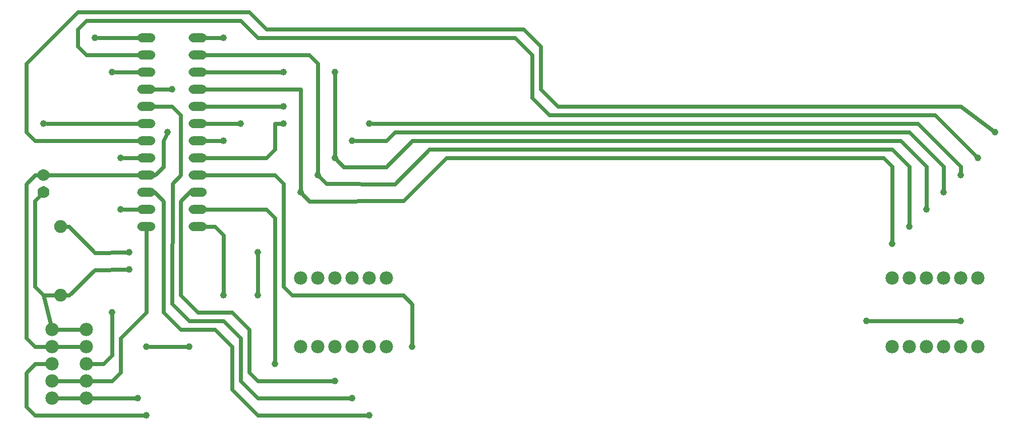
<source format=gbl>
G04 MADE WITH FRITZING*
G04 WWW.FRITZING.ORG*
G04 DOUBLE SIDED*
G04 HOLES PLATED*
G04 CONTOUR ON CENTER OF CONTOUR VECTOR*
%ASAXBY*%
%FSLAX23Y23*%
%MOIN*%
%OFA0B0*%
%SFA1.0B1.0*%
%ADD10C,0.039370*%
%ADD11C,0.078000*%
%ADD12C,0.052000*%
%ADD13C,0.075000*%
%ADD14C,0.070000*%
%ADD15C,0.024000*%
%ADD16R,0.001000X0.001000*%
%LNCOPPER0*%
G90*
G70*
G54D10*
X700Y1109D03*
X700Y1009D03*
X200Y1859D03*
X500Y2359D03*
X600Y2159D03*
X950Y2059D03*
X923Y1809D03*
X650Y1659D03*
X650Y1359D03*
X1250Y859D03*
X1450Y859D03*
X1450Y1109D03*
X800Y559D03*
X1050Y559D03*
X5000Y709D03*
X1600Y1859D03*
X2100Y1859D03*
X2000Y1759D03*
X1600Y1959D03*
X1900Y1659D03*
X1900Y2159D03*
X1600Y2159D03*
X1800Y1559D03*
X1700Y1459D03*
X5550Y709D03*
X5750Y1809D03*
X2350Y559D03*
X800Y159D03*
X750Y259D03*
X600Y759D03*
X1550Y459D03*
X2100Y159D03*
X2000Y259D03*
X1900Y359D03*
X1250Y1759D03*
X1350Y1859D03*
X5150Y1159D03*
X5250Y1259D03*
X5350Y1359D03*
X5450Y1459D03*
X5550Y1559D03*
X5650Y1659D03*
X1250Y2359D03*
G54D11*
X5150Y959D03*
X5250Y959D03*
X5350Y959D03*
X5450Y959D03*
X5550Y959D03*
X5650Y959D03*
X5150Y959D03*
X5250Y959D03*
X5350Y959D03*
X5450Y959D03*
X5550Y959D03*
X5650Y959D03*
X5650Y559D03*
X5550Y559D03*
X5450Y559D03*
X5350Y559D03*
X5250Y559D03*
X5150Y559D03*
X5650Y559D03*
X5550Y559D03*
X5450Y559D03*
X5350Y559D03*
X5250Y559D03*
X5150Y559D03*
X1700Y959D03*
X1800Y959D03*
X1900Y959D03*
X2000Y959D03*
X2100Y959D03*
X2200Y959D03*
X1700Y959D03*
X1800Y959D03*
X1900Y959D03*
X2000Y959D03*
X2100Y959D03*
X2200Y959D03*
X2200Y559D03*
X2100Y559D03*
X2000Y559D03*
X1900Y559D03*
X1800Y559D03*
X1700Y559D03*
X2200Y559D03*
X2100Y559D03*
X2000Y559D03*
X1900Y559D03*
X1800Y559D03*
X1700Y559D03*
G54D12*
X800Y2359D03*
X800Y2259D03*
X800Y1759D03*
X800Y1659D03*
X800Y2159D03*
X800Y2059D03*
X800Y1859D03*
X800Y1959D03*
X800Y1559D03*
X1100Y1559D03*
X1100Y1659D03*
X1100Y1759D03*
X1100Y1859D03*
X1100Y1959D03*
X1100Y2059D03*
X1100Y2159D03*
X1100Y2259D03*
X1100Y2359D03*
X800Y1459D03*
X800Y1359D03*
X800Y1259D03*
X1100Y1259D03*
X1100Y1359D03*
X1100Y1459D03*
G54D11*
X250Y659D03*
X250Y559D03*
X250Y459D03*
X250Y359D03*
X250Y259D03*
X450Y659D03*
X450Y559D03*
X450Y459D03*
X450Y359D03*
X450Y259D03*
G54D13*
X300Y1259D03*
X300Y859D03*
G54D14*
X200Y1459D03*
X200Y1559D03*
G54D15*
X5019Y709D02*
X5531Y709D01*
D02*
X1948Y1607D02*
X1913Y1645D01*
D02*
X2200Y1607D02*
X1948Y1607D01*
D02*
X2350Y1759D02*
X2200Y1607D01*
D02*
X5200Y1759D02*
X2350Y1759D01*
D02*
X5350Y1609D02*
X5200Y1759D01*
D02*
X5350Y1378D02*
X5350Y1609D01*
D02*
X1848Y1511D02*
X1813Y1546D01*
D02*
X5250Y1609D02*
X5150Y1709D01*
D02*
X5250Y1278D02*
X5250Y1609D01*
D02*
X2248Y1507D02*
X1848Y1511D01*
D02*
X2450Y1709D02*
X2248Y1507D01*
D02*
X5150Y1709D02*
X2450Y1709D01*
D02*
X5250Y959D02*
X5248Y959D01*
D02*
X1748Y1407D02*
X1713Y1445D01*
D02*
X5100Y1659D02*
X2550Y1659D01*
D02*
X5150Y1609D02*
X5100Y1659D01*
D02*
X2300Y1411D02*
X1748Y1407D01*
D02*
X2550Y1659D02*
X2300Y1411D01*
D02*
X5150Y1178D02*
X5150Y1609D01*
D02*
X2200Y1759D02*
X2019Y1759D01*
D02*
X2250Y1809D02*
X2200Y1759D01*
D02*
X5250Y1809D02*
X2250Y1809D01*
D02*
X5450Y1609D02*
X5250Y1809D01*
D02*
X5450Y1478D02*
X5450Y1609D01*
D02*
X5550Y1609D02*
X5300Y1859D01*
X5300Y1859D02*
X2119Y1859D01*
D02*
X5550Y1578D02*
X5550Y1609D01*
D02*
X450Y2259D02*
X773Y2259D01*
D02*
X400Y2409D02*
X400Y2309D01*
X400Y2309D02*
X450Y2259D01*
D02*
X450Y2459D02*
X400Y2409D01*
D02*
X2950Y2359D02*
X1450Y2359D01*
D02*
X5400Y1909D02*
X3150Y1909D01*
X3150Y1909D02*
X3050Y2009D01*
D02*
X1350Y2459D02*
X450Y2459D01*
D02*
X1450Y2359D02*
X1350Y2459D01*
D02*
X5637Y1672D02*
X5400Y1909D01*
D02*
X3050Y2009D02*
X3050Y2259D01*
X3050Y2259D02*
X2950Y2359D01*
D02*
X3100Y2309D02*
X3000Y2409D01*
D02*
X5550Y1959D02*
X3200Y1959D01*
X3200Y1959D02*
X3100Y2059D01*
D02*
X150Y1759D02*
X773Y1759D01*
D02*
X100Y2209D02*
X100Y1809D01*
D02*
X1500Y2409D02*
X1400Y2509D01*
X1400Y2509D02*
X400Y2509D01*
D02*
X100Y1809D02*
X150Y1759D01*
D02*
X400Y2509D02*
X100Y2209D01*
D02*
X3000Y2409D02*
X1500Y2409D01*
D02*
X3100Y2059D02*
X3100Y2309D01*
D02*
X5735Y1820D02*
X5550Y1959D01*
D02*
X1500Y1659D02*
X1550Y1709D01*
D02*
X1548Y1859D02*
X1581Y1859D01*
D02*
X1550Y1709D02*
X1548Y1859D01*
D02*
X1127Y1659D02*
X1500Y1659D01*
D02*
X1127Y1959D02*
X1581Y1959D01*
D02*
X1900Y2140D02*
X1900Y1678D01*
D02*
X1127Y2159D02*
X1581Y2159D01*
D02*
X1800Y2209D02*
X1800Y1578D01*
D02*
X1750Y2259D02*
X1800Y2209D01*
D02*
X1127Y2259D02*
X1750Y2259D01*
D02*
X1700Y2059D02*
X1700Y1478D01*
D02*
X1127Y2059D02*
X1700Y2059D01*
D02*
X900Y1407D02*
X900Y759D01*
D02*
X1448Y159D02*
X2081Y159D01*
D02*
X1300Y559D02*
X1300Y309D01*
X1300Y309D02*
X1448Y159D01*
D02*
X1200Y659D02*
X1300Y559D01*
D02*
X900Y759D02*
X1000Y659D01*
X1000Y659D02*
X1200Y659D01*
D02*
X848Y1459D02*
X900Y1407D01*
D02*
X827Y1459D02*
X848Y1459D01*
D02*
X948Y1959D02*
X827Y1959D01*
D02*
X1000Y1911D02*
X948Y1959D01*
D02*
X1350Y359D02*
X1350Y609D01*
D02*
X1250Y709D02*
X1050Y709D01*
D02*
X1350Y609D02*
X1250Y709D01*
D02*
X1050Y709D02*
X950Y809D01*
D02*
X1448Y259D02*
X1350Y359D01*
D02*
X1981Y259D02*
X1448Y259D01*
D02*
X1000Y1559D02*
X1000Y1911D01*
D02*
X952Y1511D02*
X1000Y1559D01*
D02*
X950Y809D02*
X952Y1511D01*
D02*
X1550Y1309D02*
X1550Y859D01*
D02*
X1500Y1359D02*
X1550Y1309D01*
D02*
X1550Y859D02*
X1550Y478D01*
D02*
X1127Y1359D02*
X1500Y1359D01*
D02*
X2348Y807D02*
X2350Y578D01*
D02*
X1650Y859D02*
X2300Y859D01*
D02*
X1600Y1509D02*
X1600Y909D01*
D02*
X1550Y1559D02*
X1600Y1509D01*
D02*
X1600Y909D02*
X1650Y859D01*
D02*
X2300Y859D02*
X2348Y807D01*
D02*
X1127Y1559D02*
X1550Y1559D01*
D02*
X600Y359D02*
X480Y359D01*
D02*
X650Y409D02*
X600Y359D01*
D02*
X650Y609D02*
X650Y409D01*
D02*
X800Y759D02*
X650Y609D01*
D02*
X800Y1232D02*
X800Y759D01*
D02*
X100Y1507D02*
X148Y1559D01*
D02*
X100Y611D02*
X100Y1507D01*
D02*
X148Y1559D02*
X174Y1559D01*
D02*
X148Y559D02*
X100Y611D01*
D02*
X220Y559D02*
X148Y559D01*
D02*
X200Y859D02*
X243Y688D01*
D02*
X271Y859D02*
X200Y859D01*
D02*
X280Y659D02*
X420Y659D01*
D02*
X280Y559D02*
X420Y559D01*
D02*
X420Y359D02*
X280Y359D01*
D02*
X420Y259D02*
X280Y259D01*
D02*
X148Y1411D02*
X148Y911D01*
D02*
X148Y911D02*
X200Y859D01*
X200Y859D02*
X271Y859D01*
D02*
X200Y1459D02*
X148Y1411D01*
D02*
X200Y1485D02*
X200Y1459D01*
D02*
X226Y1559D02*
X773Y1559D01*
D02*
X1000Y1407D02*
X1000Y859D01*
D02*
X1073Y1459D02*
X1048Y1459D01*
D02*
X1448Y359D02*
X1881Y359D01*
D02*
X1400Y659D02*
X1400Y409D01*
X1400Y409D02*
X1448Y359D01*
D02*
X1300Y759D02*
X1400Y659D01*
D02*
X1100Y759D02*
X1300Y759D01*
D02*
X1048Y1459D02*
X1000Y1407D01*
D02*
X1000Y859D02*
X1100Y759D01*
D02*
X219Y1859D02*
X773Y1859D01*
D02*
X519Y2359D02*
X773Y2359D01*
D02*
X619Y2159D02*
X773Y2159D01*
D02*
X827Y2059D02*
X931Y2059D01*
D02*
X900Y1607D02*
X848Y1559D01*
D02*
X899Y1760D02*
X900Y1607D01*
D02*
X848Y1559D02*
X827Y1559D01*
D02*
X915Y1792D02*
X899Y1760D01*
D02*
X669Y1659D02*
X773Y1659D01*
D02*
X669Y1359D02*
X773Y1359D01*
D02*
X1200Y1259D02*
X1127Y1259D01*
D02*
X1250Y878D02*
X1250Y1209D01*
X1250Y1209D02*
X1200Y1259D01*
D02*
X1450Y878D02*
X1450Y1090D01*
D02*
X819Y559D02*
X1031Y559D01*
D02*
X500Y1007D02*
X681Y1009D01*
D02*
X348Y859D02*
X500Y1007D01*
D02*
X329Y859D02*
X348Y859D01*
D02*
X500Y1107D02*
X348Y1259D01*
D02*
X348Y1259D02*
X329Y1259D01*
D02*
X681Y1109D02*
X500Y1107D01*
D02*
X731Y259D02*
X480Y259D01*
D02*
X148Y159D02*
X781Y159D01*
D02*
X100Y211D02*
X148Y159D01*
D02*
X100Y407D02*
X100Y211D01*
D02*
X148Y459D02*
X100Y407D01*
D02*
X220Y459D02*
X148Y459D01*
D02*
X550Y459D02*
X480Y459D01*
D02*
X600Y509D02*
X550Y459D01*
D02*
X600Y740D02*
X600Y509D01*
D02*
X1231Y1759D02*
X1127Y1759D01*
D02*
X1331Y1859D02*
X1127Y1859D01*
D02*
X1231Y2359D02*
X1127Y2359D01*
G54D16*
X769Y2385D02*
X830Y2385D01*
X1069Y2385D02*
X1130Y2385D01*
X765Y2384D02*
X834Y2384D01*
X1065Y2384D02*
X1134Y2384D01*
X763Y2383D02*
X836Y2383D01*
X1063Y2383D02*
X1136Y2383D01*
X761Y2382D02*
X838Y2382D01*
X1061Y2382D02*
X1138Y2382D01*
X759Y2381D02*
X839Y2381D01*
X1059Y2381D02*
X1139Y2381D01*
X758Y2380D02*
X841Y2380D01*
X1058Y2380D02*
X1141Y2380D01*
X757Y2379D02*
X842Y2379D01*
X1057Y2379D02*
X1142Y2379D01*
X756Y2378D02*
X843Y2378D01*
X1056Y2378D02*
X1143Y2378D01*
X755Y2377D02*
X844Y2377D01*
X1055Y2377D02*
X1144Y2377D01*
X754Y2376D02*
X845Y2376D01*
X1054Y2376D02*
X1145Y2376D01*
X753Y2375D02*
X795Y2375D01*
X804Y2375D02*
X846Y2375D01*
X1053Y2375D02*
X1095Y2375D01*
X1104Y2375D02*
X1146Y2375D01*
X752Y2374D02*
X792Y2374D01*
X807Y2374D02*
X846Y2374D01*
X1052Y2374D02*
X1092Y2374D01*
X1107Y2374D02*
X1146Y2374D01*
X752Y2373D02*
X790Y2373D01*
X808Y2373D02*
X847Y2373D01*
X1052Y2373D02*
X1090Y2373D01*
X1108Y2373D02*
X1147Y2373D01*
X751Y2372D02*
X789Y2372D01*
X810Y2372D02*
X848Y2372D01*
X1051Y2372D02*
X1089Y2372D01*
X1110Y2372D02*
X1148Y2372D01*
X751Y2371D02*
X788Y2371D01*
X811Y2371D02*
X848Y2371D01*
X1051Y2371D02*
X1088Y2371D01*
X1111Y2371D02*
X1148Y2371D01*
X750Y2370D02*
X787Y2370D01*
X812Y2370D02*
X849Y2370D01*
X1050Y2370D02*
X1087Y2370D01*
X1112Y2370D02*
X1149Y2370D01*
X750Y2369D02*
X786Y2369D01*
X813Y2369D02*
X849Y2369D01*
X1050Y2369D02*
X1086Y2369D01*
X1113Y2369D02*
X1149Y2369D01*
X749Y2368D02*
X785Y2368D01*
X813Y2368D02*
X849Y2368D01*
X1049Y2368D02*
X1085Y2368D01*
X1113Y2368D02*
X1149Y2368D01*
X749Y2367D02*
X785Y2367D01*
X814Y2367D02*
X850Y2367D01*
X1049Y2367D02*
X1085Y2367D01*
X1114Y2367D02*
X1150Y2367D01*
X749Y2366D02*
X784Y2366D01*
X814Y2366D02*
X850Y2366D01*
X1049Y2366D02*
X1084Y2366D01*
X1114Y2366D02*
X1150Y2366D01*
X749Y2365D02*
X784Y2365D01*
X815Y2365D02*
X850Y2365D01*
X1048Y2365D02*
X1084Y2365D01*
X1115Y2365D02*
X1150Y2365D01*
X748Y2364D02*
X784Y2364D01*
X815Y2364D02*
X850Y2364D01*
X1048Y2364D02*
X1084Y2364D01*
X1115Y2364D02*
X1150Y2364D01*
X748Y2363D02*
X783Y2363D01*
X815Y2363D02*
X851Y2363D01*
X1048Y2363D02*
X1083Y2363D01*
X1115Y2363D02*
X1151Y2363D01*
X748Y2362D02*
X783Y2362D01*
X816Y2362D02*
X851Y2362D01*
X1048Y2362D02*
X1083Y2362D01*
X1116Y2362D02*
X1151Y2362D01*
X748Y2361D02*
X783Y2361D01*
X816Y2361D02*
X851Y2361D01*
X1048Y2361D02*
X1083Y2361D01*
X1116Y2361D02*
X1151Y2361D01*
X748Y2360D02*
X783Y2360D01*
X816Y2360D02*
X851Y2360D01*
X1048Y2360D02*
X1083Y2360D01*
X1116Y2360D02*
X1151Y2360D01*
X748Y2359D02*
X783Y2359D01*
X816Y2359D02*
X851Y2359D01*
X1048Y2359D02*
X1083Y2359D01*
X1116Y2359D02*
X1151Y2359D01*
X748Y2358D02*
X783Y2358D01*
X816Y2358D02*
X851Y2358D01*
X1048Y2358D02*
X1083Y2358D01*
X1116Y2358D02*
X1151Y2358D01*
X748Y2357D02*
X783Y2357D01*
X816Y2357D02*
X851Y2357D01*
X1048Y2357D02*
X1083Y2357D01*
X1116Y2357D02*
X1151Y2357D01*
X748Y2356D02*
X783Y2356D01*
X815Y2356D02*
X851Y2356D01*
X1048Y2356D02*
X1083Y2356D01*
X1115Y2356D02*
X1151Y2356D01*
X748Y2355D02*
X784Y2355D01*
X815Y2355D02*
X850Y2355D01*
X1048Y2355D02*
X1084Y2355D01*
X1115Y2355D02*
X1150Y2355D01*
X749Y2354D02*
X784Y2354D01*
X815Y2354D02*
X850Y2354D01*
X1048Y2354D02*
X1084Y2354D01*
X1115Y2354D02*
X1150Y2354D01*
X749Y2353D02*
X784Y2353D01*
X814Y2353D02*
X850Y2353D01*
X1049Y2353D02*
X1084Y2353D01*
X1114Y2353D02*
X1150Y2353D01*
X749Y2352D02*
X785Y2352D01*
X814Y2352D02*
X850Y2352D01*
X1049Y2352D02*
X1085Y2352D01*
X1114Y2352D02*
X1150Y2352D01*
X749Y2351D02*
X785Y2351D01*
X813Y2351D02*
X849Y2351D01*
X1049Y2351D02*
X1085Y2351D01*
X1113Y2351D02*
X1149Y2351D01*
X750Y2350D02*
X786Y2350D01*
X813Y2350D02*
X849Y2350D01*
X1050Y2350D02*
X1086Y2350D01*
X1113Y2350D02*
X1149Y2350D01*
X750Y2349D02*
X787Y2349D01*
X812Y2349D02*
X849Y2349D01*
X1050Y2349D02*
X1087Y2349D01*
X1112Y2349D02*
X1149Y2349D01*
X751Y2348D02*
X788Y2348D01*
X811Y2348D02*
X848Y2348D01*
X1051Y2348D02*
X1088Y2348D01*
X1111Y2348D02*
X1148Y2348D01*
X751Y2347D02*
X789Y2347D01*
X810Y2347D02*
X848Y2347D01*
X1051Y2347D02*
X1089Y2347D01*
X1110Y2347D02*
X1148Y2347D01*
X752Y2346D02*
X790Y2346D01*
X808Y2346D02*
X847Y2346D01*
X1052Y2346D02*
X1090Y2346D01*
X1108Y2346D02*
X1147Y2346D01*
X752Y2345D02*
X792Y2345D01*
X807Y2345D02*
X846Y2345D01*
X1052Y2345D02*
X1092Y2345D01*
X1107Y2345D02*
X1146Y2345D01*
X753Y2344D02*
X795Y2344D01*
X804Y2344D02*
X846Y2344D01*
X1053Y2344D02*
X1095Y2344D01*
X1104Y2344D02*
X1146Y2344D01*
X754Y2343D02*
X845Y2343D01*
X1054Y2343D02*
X1145Y2343D01*
X755Y2342D02*
X844Y2342D01*
X1055Y2342D02*
X1144Y2342D01*
X756Y2341D02*
X843Y2341D01*
X1056Y2341D02*
X1143Y2341D01*
X757Y2340D02*
X842Y2340D01*
X1057Y2340D02*
X1142Y2340D01*
X758Y2339D02*
X841Y2339D01*
X1058Y2339D02*
X1141Y2339D01*
X759Y2338D02*
X839Y2338D01*
X1059Y2338D02*
X1139Y2338D01*
X761Y2337D02*
X838Y2337D01*
X1061Y2337D02*
X1138Y2337D01*
X763Y2336D02*
X836Y2336D01*
X1063Y2336D02*
X1136Y2336D01*
X765Y2335D02*
X834Y2335D01*
X1065Y2335D02*
X1134Y2335D01*
X769Y2334D02*
X830Y2334D01*
X1069Y2334D02*
X1130Y2334D01*
X769Y2285D02*
X830Y2285D01*
X1069Y2285D02*
X1130Y2285D01*
X765Y2284D02*
X834Y2284D01*
X1065Y2284D02*
X1134Y2284D01*
X763Y2283D02*
X836Y2283D01*
X1063Y2283D02*
X1136Y2283D01*
X761Y2282D02*
X838Y2282D01*
X1061Y2282D02*
X1138Y2282D01*
X759Y2281D02*
X839Y2281D01*
X1059Y2281D02*
X1139Y2281D01*
X758Y2280D02*
X841Y2280D01*
X1058Y2280D02*
X1141Y2280D01*
X757Y2279D02*
X842Y2279D01*
X1057Y2279D02*
X1142Y2279D01*
X756Y2278D02*
X843Y2278D01*
X1056Y2278D02*
X1143Y2278D01*
X755Y2277D02*
X844Y2277D01*
X1055Y2277D02*
X1144Y2277D01*
X754Y2276D02*
X845Y2276D01*
X1054Y2276D02*
X1145Y2276D01*
X753Y2275D02*
X795Y2275D01*
X804Y2275D02*
X846Y2275D01*
X1053Y2275D02*
X1095Y2275D01*
X1104Y2275D02*
X1146Y2275D01*
X752Y2274D02*
X792Y2274D01*
X807Y2274D02*
X846Y2274D01*
X1052Y2274D02*
X1092Y2274D01*
X1107Y2274D02*
X1146Y2274D01*
X752Y2273D02*
X790Y2273D01*
X808Y2273D02*
X847Y2273D01*
X1052Y2273D02*
X1090Y2273D01*
X1108Y2273D02*
X1147Y2273D01*
X751Y2272D02*
X789Y2272D01*
X810Y2272D02*
X848Y2272D01*
X1051Y2272D02*
X1089Y2272D01*
X1110Y2272D02*
X1148Y2272D01*
X751Y2271D02*
X788Y2271D01*
X811Y2271D02*
X848Y2271D01*
X1051Y2271D02*
X1088Y2271D01*
X1111Y2271D02*
X1148Y2271D01*
X750Y2270D02*
X787Y2270D01*
X812Y2270D02*
X849Y2270D01*
X1050Y2270D02*
X1087Y2270D01*
X1112Y2270D02*
X1149Y2270D01*
X750Y2269D02*
X786Y2269D01*
X813Y2269D02*
X849Y2269D01*
X1050Y2269D02*
X1086Y2269D01*
X1113Y2269D02*
X1149Y2269D01*
X749Y2268D02*
X785Y2268D01*
X813Y2268D02*
X849Y2268D01*
X1049Y2268D02*
X1085Y2268D01*
X1113Y2268D02*
X1149Y2268D01*
X749Y2267D02*
X785Y2267D01*
X814Y2267D02*
X850Y2267D01*
X1049Y2267D02*
X1085Y2267D01*
X1114Y2267D02*
X1150Y2267D01*
X749Y2266D02*
X784Y2266D01*
X814Y2266D02*
X850Y2266D01*
X1049Y2266D02*
X1084Y2266D01*
X1114Y2266D02*
X1150Y2266D01*
X749Y2265D02*
X784Y2265D01*
X815Y2265D02*
X850Y2265D01*
X1048Y2265D02*
X1084Y2265D01*
X1115Y2265D02*
X1150Y2265D01*
X748Y2264D02*
X784Y2264D01*
X815Y2264D02*
X850Y2264D01*
X1048Y2264D02*
X1084Y2264D01*
X1115Y2264D02*
X1150Y2264D01*
X748Y2263D02*
X783Y2263D01*
X815Y2263D02*
X851Y2263D01*
X1048Y2263D02*
X1083Y2263D01*
X1115Y2263D02*
X1151Y2263D01*
X748Y2262D02*
X783Y2262D01*
X816Y2262D02*
X851Y2262D01*
X1048Y2262D02*
X1083Y2262D01*
X1116Y2262D02*
X1151Y2262D01*
X748Y2261D02*
X783Y2261D01*
X816Y2261D02*
X851Y2261D01*
X1048Y2261D02*
X1083Y2261D01*
X1116Y2261D02*
X1151Y2261D01*
X748Y2260D02*
X783Y2260D01*
X816Y2260D02*
X851Y2260D01*
X1048Y2260D02*
X1083Y2260D01*
X1116Y2260D02*
X1151Y2260D01*
X748Y2259D02*
X783Y2259D01*
X816Y2259D02*
X851Y2259D01*
X1048Y2259D02*
X1083Y2259D01*
X1116Y2259D02*
X1151Y2259D01*
X748Y2258D02*
X783Y2258D01*
X816Y2258D02*
X851Y2258D01*
X1048Y2258D02*
X1083Y2258D01*
X1116Y2258D02*
X1151Y2258D01*
X748Y2257D02*
X783Y2257D01*
X816Y2257D02*
X851Y2257D01*
X1048Y2257D02*
X1083Y2257D01*
X1116Y2257D02*
X1151Y2257D01*
X748Y2256D02*
X783Y2256D01*
X815Y2256D02*
X851Y2256D01*
X1048Y2256D02*
X1083Y2256D01*
X1115Y2256D02*
X1151Y2256D01*
X748Y2255D02*
X784Y2255D01*
X815Y2255D02*
X850Y2255D01*
X1048Y2255D02*
X1084Y2255D01*
X1115Y2255D02*
X1150Y2255D01*
X749Y2254D02*
X784Y2254D01*
X815Y2254D02*
X850Y2254D01*
X1048Y2254D02*
X1084Y2254D01*
X1115Y2254D02*
X1150Y2254D01*
X749Y2253D02*
X784Y2253D01*
X814Y2253D02*
X850Y2253D01*
X1049Y2253D02*
X1084Y2253D01*
X1114Y2253D02*
X1150Y2253D01*
X749Y2252D02*
X785Y2252D01*
X814Y2252D02*
X850Y2252D01*
X1049Y2252D02*
X1085Y2252D01*
X1114Y2252D02*
X1150Y2252D01*
X749Y2251D02*
X785Y2251D01*
X813Y2251D02*
X849Y2251D01*
X1049Y2251D02*
X1085Y2251D01*
X1113Y2251D02*
X1149Y2251D01*
X750Y2250D02*
X786Y2250D01*
X813Y2250D02*
X849Y2250D01*
X1050Y2250D02*
X1086Y2250D01*
X1113Y2250D02*
X1149Y2250D01*
X750Y2249D02*
X787Y2249D01*
X812Y2249D02*
X849Y2249D01*
X1050Y2249D02*
X1087Y2249D01*
X1112Y2249D02*
X1149Y2249D01*
X751Y2248D02*
X788Y2248D01*
X811Y2248D02*
X848Y2248D01*
X1051Y2248D02*
X1088Y2248D01*
X1111Y2248D02*
X1148Y2248D01*
X751Y2247D02*
X789Y2247D01*
X810Y2247D02*
X848Y2247D01*
X1051Y2247D02*
X1089Y2247D01*
X1110Y2247D02*
X1148Y2247D01*
X752Y2246D02*
X790Y2246D01*
X808Y2246D02*
X847Y2246D01*
X1052Y2246D02*
X1090Y2246D01*
X1108Y2246D02*
X1147Y2246D01*
X752Y2245D02*
X792Y2245D01*
X807Y2245D02*
X846Y2245D01*
X1052Y2245D02*
X1092Y2245D01*
X1107Y2245D02*
X1146Y2245D01*
X753Y2244D02*
X795Y2244D01*
X804Y2244D02*
X846Y2244D01*
X1053Y2244D02*
X1095Y2244D01*
X1104Y2244D02*
X1146Y2244D01*
X754Y2243D02*
X845Y2243D01*
X1054Y2243D02*
X1145Y2243D01*
X755Y2242D02*
X844Y2242D01*
X1055Y2242D02*
X1144Y2242D01*
X756Y2241D02*
X843Y2241D01*
X1056Y2241D02*
X1143Y2241D01*
X757Y2240D02*
X842Y2240D01*
X1057Y2240D02*
X1142Y2240D01*
X758Y2239D02*
X841Y2239D01*
X1058Y2239D02*
X1141Y2239D01*
X759Y2238D02*
X839Y2238D01*
X1059Y2238D02*
X1139Y2238D01*
X761Y2237D02*
X838Y2237D01*
X1061Y2237D02*
X1138Y2237D01*
X763Y2236D02*
X836Y2236D01*
X1063Y2236D02*
X1136Y2236D01*
X765Y2235D02*
X834Y2235D01*
X1065Y2235D02*
X1134Y2235D01*
X769Y2234D02*
X830Y2234D01*
X1069Y2234D02*
X1130Y2234D01*
X769Y2185D02*
X830Y2185D01*
X1069Y2185D02*
X1130Y2185D01*
X765Y2184D02*
X834Y2184D01*
X1065Y2184D02*
X1134Y2184D01*
X763Y2183D02*
X836Y2183D01*
X1063Y2183D02*
X1136Y2183D01*
X761Y2182D02*
X838Y2182D01*
X1061Y2182D02*
X1138Y2182D01*
X759Y2181D02*
X839Y2181D01*
X1059Y2181D02*
X1139Y2181D01*
X758Y2180D02*
X841Y2180D01*
X1058Y2180D02*
X1141Y2180D01*
X757Y2179D02*
X842Y2179D01*
X1057Y2179D02*
X1142Y2179D01*
X756Y2178D02*
X843Y2178D01*
X1056Y2178D02*
X1143Y2178D01*
X755Y2177D02*
X844Y2177D01*
X1055Y2177D02*
X1144Y2177D01*
X754Y2176D02*
X845Y2176D01*
X1054Y2176D02*
X1145Y2176D01*
X753Y2175D02*
X795Y2175D01*
X804Y2175D02*
X846Y2175D01*
X1053Y2175D02*
X1095Y2175D01*
X1104Y2175D02*
X1146Y2175D01*
X752Y2174D02*
X792Y2174D01*
X807Y2174D02*
X846Y2174D01*
X1052Y2174D02*
X1092Y2174D01*
X1107Y2174D02*
X1146Y2174D01*
X752Y2173D02*
X790Y2173D01*
X808Y2173D02*
X847Y2173D01*
X1052Y2173D02*
X1090Y2173D01*
X1108Y2173D02*
X1147Y2173D01*
X751Y2172D02*
X789Y2172D01*
X810Y2172D02*
X848Y2172D01*
X1051Y2172D02*
X1089Y2172D01*
X1110Y2172D02*
X1148Y2172D01*
X751Y2171D02*
X788Y2171D01*
X811Y2171D02*
X848Y2171D01*
X1051Y2171D02*
X1088Y2171D01*
X1111Y2171D02*
X1148Y2171D01*
X750Y2170D02*
X787Y2170D01*
X812Y2170D02*
X849Y2170D01*
X1050Y2170D02*
X1087Y2170D01*
X1112Y2170D02*
X1149Y2170D01*
X750Y2169D02*
X786Y2169D01*
X813Y2169D02*
X849Y2169D01*
X1050Y2169D02*
X1086Y2169D01*
X1113Y2169D02*
X1149Y2169D01*
X749Y2168D02*
X785Y2168D01*
X813Y2168D02*
X849Y2168D01*
X1049Y2168D02*
X1085Y2168D01*
X1113Y2168D02*
X1149Y2168D01*
X749Y2167D02*
X785Y2167D01*
X814Y2167D02*
X850Y2167D01*
X1049Y2167D02*
X1085Y2167D01*
X1114Y2167D02*
X1150Y2167D01*
X749Y2166D02*
X784Y2166D01*
X814Y2166D02*
X850Y2166D01*
X1049Y2166D02*
X1084Y2166D01*
X1114Y2166D02*
X1150Y2166D01*
X749Y2165D02*
X784Y2165D01*
X815Y2165D02*
X850Y2165D01*
X1048Y2165D02*
X1084Y2165D01*
X1115Y2165D02*
X1150Y2165D01*
X748Y2164D02*
X784Y2164D01*
X815Y2164D02*
X850Y2164D01*
X1048Y2164D02*
X1084Y2164D01*
X1115Y2164D02*
X1150Y2164D01*
X748Y2163D02*
X783Y2163D01*
X815Y2163D02*
X851Y2163D01*
X1048Y2163D02*
X1083Y2163D01*
X1115Y2163D02*
X1151Y2163D01*
X748Y2162D02*
X783Y2162D01*
X816Y2162D02*
X851Y2162D01*
X1048Y2162D02*
X1083Y2162D01*
X1116Y2162D02*
X1151Y2162D01*
X748Y2161D02*
X783Y2161D01*
X816Y2161D02*
X851Y2161D01*
X1048Y2161D02*
X1083Y2161D01*
X1116Y2161D02*
X1151Y2161D01*
X748Y2160D02*
X783Y2160D01*
X816Y2160D02*
X851Y2160D01*
X1048Y2160D02*
X1083Y2160D01*
X1116Y2160D02*
X1151Y2160D01*
X748Y2159D02*
X783Y2159D01*
X816Y2159D02*
X851Y2159D01*
X1048Y2159D02*
X1083Y2159D01*
X1116Y2159D02*
X1151Y2159D01*
X748Y2158D02*
X783Y2158D01*
X816Y2158D02*
X851Y2158D01*
X1048Y2158D02*
X1083Y2158D01*
X1116Y2158D02*
X1151Y2158D01*
X748Y2157D02*
X783Y2157D01*
X816Y2157D02*
X851Y2157D01*
X1048Y2157D02*
X1083Y2157D01*
X1116Y2157D02*
X1151Y2157D01*
X748Y2156D02*
X783Y2156D01*
X815Y2156D02*
X851Y2156D01*
X1048Y2156D02*
X1083Y2156D01*
X1115Y2156D02*
X1151Y2156D01*
X748Y2155D02*
X784Y2155D01*
X815Y2155D02*
X850Y2155D01*
X1048Y2155D02*
X1084Y2155D01*
X1115Y2155D02*
X1150Y2155D01*
X749Y2154D02*
X784Y2154D01*
X815Y2154D02*
X850Y2154D01*
X1048Y2154D02*
X1084Y2154D01*
X1115Y2154D02*
X1150Y2154D01*
X749Y2153D02*
X784Y2153D01*
X814Y2153D02*
X850Y2153D01*
X1049Y2153D02*
X1084Y2153D01*
X1114Y2153D02*
X1150Y2153D01*
X749Y2152D02*
X785Y2152D01*
X814Y2152D02*
X850Y2152D01*
X1049Y2152D02*
X1085Y2152D01*
X1114Y2152D02*
X1150Y2152D01*
X749Y2151D02*
X785Y2151D01*
X813Y2151D02*
X849Y2151D01*
X1049Y2151D02*
X1085Y2151D01*
X1113Y2151D02*
X1149Y2151D01*
X750Y2150D02*
X786Y2150D01*
X813Y2150D02*
X849Y2150D01*
X1050Y2150D02*
X1086Y2150D01*
X1113Y2150D02*
X1149Y2150D01*
X750Y2149D02*
X787Y2149D01*
X812Y2149D02*
X849Y2149D01*
X1050Y2149D02*
X1087Y2149D01*
X1112Y2149D02*
X1149Y2149D01*
X751Y2148D02*
X788Y2148D01*
X811Y2148D02*
X848Y2148D01*
X1051Y2148D02*
X1088Y2148D01*
X1111Y2148D02*
X1148Y2148D01*
X751Y2147D02*
X789Y2147D01*
X810Y2147D02*
X848Y2147D01*
X1051Y2147D02*
X1089Y2147D01*
X1110Y2147D02*
X1148Y2147D01*
X752Y2146D02*
X790Y2146D01*
X808Y2146D02*
X847Y2146D01*
X1052Y2146D02*
X1090Y2146D01*
X1108Y2146D02*
X1147Y2146D01*
X752Y2145D02*
X792Y2145D01*
X807Y2145D02*
X846Y2145D01*
X1052Y2145D02*
X1092Y2145D01*
X1107Y2145D02*
X1146Y2145D01*
X753Y2144D02*
X795Y2144D01*
X804Y2144D02*
X846Y2144D01*
X1053Y2144D02*
X1095Y2144D01*
X1104Y2144D02*
X1146Y2144D01*
X754Y2143D02*
X845Y2143D01*
X1054Y2143D02*
X1145Y2143D01*
X755Y2142D02*
X844Y2142D01*
X1055Y2142D02*
X1144Y2142D01*
X756Y2141D02*
X843Y2141D01*
X1056Y2141D02*
X1143Y2141D01*
X757Y2140D02*
X842Y2140D01*
X1057Y2140D02*
X1142Y2140D01*
X758Y2139D02*
X841Y2139D01*
X1058Y2139D02*
X1141Y2139D01*
X759Y2138D02*
X839Y2138D01*
X1059Y2138D02*
X1139Y2138D01*
X761Y2137D02*
X838Y2137D01*
X1061Y2137D02*
X1138Y2137D01*
X763Y2136D02*
X836Y2136D01*
X1063Y2136D02*
X1136Y2136D01*
X765Y2135D02*
X834Y2135D01*
X1065Y2135D02*
X1134Y2135D01*
X769Y2134D02*
X830Y2134D01*
X1069Y2134D02*
X1130Y2134D01*
X769Y2085D02*
X830Y2085D01*
X1069Y2085D02*
X1130Y2085D01*
X765Y2084D02*
X834Y2084D01*
X1065Y2084D02*
X1134Y2084D01*
X763Y2083D02*
X836Y2083D01*
X1063Y2083D02*
X1136Y2083D01*
X761Y2082D02*
X838Y2082D01*
X1061Y2082D02*
X1138Y2082D01*
X759Y2081D02*
X840Y2081D01*
X1059Y2081D02*
X1139Y2081D01*
X758Y2080D02*
X841Y2080D01*
X1058Y2080D02*
X1141Y2080D01*
X757Y2079D02*
X842Y2079D01*
X1057Y2079D02*
X1142Y2079D01*
X756Y2078D02*
X843Y2078D01*
X1056Y2078D02*
X1143Y2078D01*
X755Y2077D02*
X844Y2077D01*
X1055Y2077D02*
X1144Y2077D01*
X754Y2076D02*
X845Y2076D01*
X1054Y2076D02*
X1145Y2076D01*
X753Y2075D02*
X795Y2075D01*
X804Y2075D02*
X846Y2075D01*
X1053Y2075D02*
X1095Y2075D01*
X1104Y2075D02*
X1146Y2075D01*
X752Y2074D02*
X792Y2074D01*
X807Y2074D02*
X846Y2074D01*
X1052Y2074D02*
X1092Y2074D01*
X1107Y2074D02*
X1146Y2074D01*
X752Y2073D02*
X790Y2073D01*
X808Y2073D02*
X847Y2073D01*
X1052Y2073D02*
X1090Y2073D01*
X1108Y2073D02*
X1147Y2073D01*
X751Y2072D02*
X789Y2072D01*
X810Y2072D02*
X848Y2072D01*
X1051Y2072D02*
X1089Y2072D01*
X1110Y2072D02*
X1148Y2072D01*
X751Y2071D02*
X788Y2071D01*
X811Y2071D02*
X848Y2071D01*
X1051Y2071D02*
X1088Y2071D01*
X1111Y2071D02*
X1148Y2071D01*
X750Y2070D02*
X787Y2070D01*
X812Y2070D02*
X849Y2070D01*
X1050Y2070D02*
X1087Y2070D01*
X1112Y2070D02*
X1149Y2070D01*
X750Y2069D02*
X786Y2069D01*
X813Y2069D02*
X849Y2069D01*
X1050Y2069D02*
X1086Y2069D01*
X1113Y2069D02*
X1149Y2069D01*
X749Y2068D02*
X785Y2068D01*
X813Y2068D02*
X849Y2068D01*
X1049Y2068D02*
X1085Y2068D01*
X1113Y2068D02*
X1149Y2068D01*
X749Y2067D02*
X785Y2067D01*
X814Y2067D02*
X850Y2067D01*
X1049Y2067D02*
X1085Y2067D01*
X1114Y2067D02*
X1150Y2067D01*
X749Y2066D02*
X784Y2066D01*
X814Y2066D02*
X850Y2066D01*
X1049Y2066D02*
X1084Y2066D01*
X1114Y2066D02*
X1150Y2066D01*
X749Y2065D02*
X784Y2065D01*
X815Y2065D02*
X850Y2065D01*
X1048Y2065D02*
X1084Y2065D01*
X1115Y2065D02*
X1150Y2065D01*
X748Y2064D02*
X784Y2064D01*
X815Y2064D02*
X850Y2064D01*
X1048Y2064D02*
X1084Y2064D01*
X1115Y2064D02*
X1150Y2064D01*
X748Y2063D02*
X783Y2063D01*
X815Y2063D02*
X851Y2063D01*
X1048Y2063D02*
X1083Y2063D01*
X1115Y2063D02*
X1151Y2063D01*
X748Y2062D02*
X783Y2062D01*
X816Y2062D02*
X851Y2062D01*
X1048Y2062D02*
X1083Y2062D01*
X1116Y2062D02*
X1151Y2062D01*
X748Y2061D02*
X783Y2061D01*
X816Y2061D02*
X851Y2061D01*
X1048Y2061D02*
X1083Y2061D01*
X1116Y2061D02*
X1151Y2061D01*
X748Y2060D02*
X783Y2060D01*
X816Y2060D02*
X851Y2060D01*
X1048Y2060D02*
X1083Y2060D01*
X1116Y2060D02*
X1151Y2060D01*
X748Y2059D02*
X783Y2059D01*
X816Y2059D02*
X851Y2059D01*
X1048Y2059D02*
X1083Y2059D01*
X1116Y2059D02*
X1151Y2059D01*
X748Y2058D02*
X783Y2058D01*
X816Y2058D02*
X851Y2058D01*
X1048Y2058D02*
X1083Y2058D01*
X1116Y2058D02*
X1151Y2058D01*
X748Y2057D02*
X783Y2057D01*
X816Y2057D02*
X851Y2057D01*
X1048Y2057D02*
X1083Y2057D01*
X1116Y2057D02*
X1151Y2057D01*
X748Y2056D02*
X783Y2056D01*
X815Y2056D02*
X851Y2056D01*
X1048Y2056D02*
X1083Y2056D01*
X1115Y2056D02*
X1151Y2056D01*
X748Y2055D02*
X784Y2055D01*
X815Y2055D02*
X850Y2055D01*
X1048Y2055D02*
X1084Y2055D01*
X1115Y2055D02*
X1150Y2055D01*
X749Y2054D02*
X784Y2054D01*
X815Y2054D02*
X850Y2054D01*
X1048Y2054D02*
X1084Y2054D01*
X1115Y2054D02*
X1150Y2054D01*
X749Y2053D02*
X784Y2053D01*
X814Y2053D02*
X850Y2053D01*
X1049Y2053D02*
X1084Y2053D01*
X1114Y2053D02*
X1150Y2053D01*
X749Y2052D02*
X785Y2052D01*
X814Y2052D02*
X850Y2052D01*
X1049Y2052D02*
X1085Y2052D01*
X1114Y2052D02*
X1150Y2052D01*
X749Y2051D02*
X785Y2051D01*
X813Y2051D02*
X849Y2051D01*
X1049Y2051D02*
X1085Y2051D01*
X1113Y2051D02*
X1149Y2051D01*
X750Y2050D02*
X786Y2050D01*
X813Y2050D02*
X849Y2050D01*
X1050Y2050D02*
X1086Y2050D01*
X1113Y2050D02*
X1149Y2050D01*
X750Y2049D02*
X787Y2049D01*
X812Y2049D02*
X849Y2049D01*
X1050Y2049D02*
X1087Y2049D01*
X1112Y2049D02*
X1149Y2049D01*
X751Y2048D02*
X788Y2048D01*
X811Y2048D02*
X848Y2048D01*
X1051Y2048D02*
X1088Y2048D01*
X1111Y2048D02*
X1148Y2048D01*
X751Y2047D02*
X789Y2047D01*
X810Y2047D02*
X848Y2047D01*
X1051Y2047D02*
X1089Y2047D01*
X1110Y2047D02*
X1148Y2047D01*
X752Y2046D02*
X790Y2046D01*
X808Y2046D02*
X847Y2046D01*
X1052Y2046D02*
X1090Y2046D01*
X1108Y2046D02*
X1147Y2046D01*
X752Y2045D02*
X792Y2045D01*
X807Y2045D02*
X846Y2045D01*
X1052Y2045D02*
X1092Y2045D01*
X1107Y2045D02*
X1146Y2045D01*
X753Y2044D02*
X795Y2044D01*
X804Y2044D02*
X846Y2044D01*
X1053Y2044D02*
X1095Y2044D01*
X1104Y2044D02*
X1146Y2044D01*
X754Y2043D02*
X845Y2043D01*
X1054Y2043D02*
X1145Y2043D01*
X755Y2042D02*
X844Y2042D01*
X1055Y2042D02*
X1144Y2042D01*
X756Y2041D02*
X843Y2041D01*
X1056Y2041D02*
X1143Y2041D01*
X757Y2040D02*
X842Y2040D01*
X1057Y2040D02*
X1142Y2040D01*
X758Y2039D02*
X841Y2039D01*
X1058Y2039D02*
X1141Y2039D01*
X759Y2038D02*
X839Y2038D01*
X1059Y2038D02*
X1139Y2038D01*
X761Y2037D02*
X838Y2037D01*
X1061Y2037D02*
X1138Y2037D01*
X763Y2036D02*
X836Y2036D01*
X1063Y2036D02*
X1136Y2036D01*
X765Y2035D02*
X833Y2035D01*
X1065Y2035D02*
X1133Y2035D01*
X769Y2034D02*
X830Y2034D01*
X1069Y2034D02*
X1130Y2034D01*
X769Y1985D02*
X830Y1985D01*
X1069Y1985D02*
X1130Y1985D01*
X765Y1984D02*
X834Y1984D01*
X1065Y1984D02*
X1134Y1984D01*
X763Y1983D02*
X836Y1983D01*
X1063Y1983D02*
X1136Y1983D01*
X761Y1982D02*
X838Y1982D01*
X1061Y1982D02*
X1138Y1982D01*
X759Y1981D02*
X840Y1981D01*
X1059Y1981D02*
X1139Y1981D01*
X758Y1980D02*
X841Y1980D01*
X1058Y1980D02*
X1141Y1980D01*
X757Y1979D02*
X842Y1979D01*
X1057Y1979D02*
X1142Y1979D01*
X756Y1978D02*
X843Y1978D01*
X1056Y1978D02*
X1143Y1978D01*
X755Y1977D02*
X844Y1977D01*
X1055Y1977D02*
X1144Y1977D01*
X754Y1976D02*
X845Y1976D01*
X1054Y1976D02*
X1145Y1976D01*
X753Y1975D02*
X795Y1975D01*
X804Y1975D02*
X846Y1975D01*
X1053Y1975D02*
X1095Y1975D01*
X1104Y1975D02*
X1146Y1975D01*
X752Y1974D02*
X792Y1974D01*
X807Y1974D02*
X846Y1974D01*
X1052Y1974D02*
X1092Y1974D01*
X1107Y1974D02*
X1146Y1974D01*
X752Y1973D02*
X790Y1973D01*
X808Y1973D02*
X847Y1973D01*
X1052Y1973D02*
X1090Y1973D01*
X1108Y1973D02*
X1147Y1973D01*
X751Y1972D02*
X789Y1972D01*
X810Y1972D02*
X848Y1972D01*
X1051Y1972D02*
X1089Y1972D01*
X1110Y1972D02*
X1148Y1972D01*
X751Y1971D02*
X788Y1971D01*
X811Y1971D02*
X848Y1971D01*
X1051Y1971D02*
X1088Y1971D01*
X1111Y1971D02*
X1148Y1971D01*
X750Y1970D02*
X787Y1970D01*
X812Y1970D02*
X849Y1970D01*
X1050Y1970D02*
X1087Y1970D01*
X1112Y1970D02*
X1149Y1970D01*
X750Y1969D02*
X786Y1969D01*
X813Y1969D02*
X849Y1969D01*
X1050Y1969D02*
X1086Y1969D01*
X1113Y1969D02*
X1149Y1969D01*
X749Y1968D02*
X785Y1968D01*
X813Y1968D02*
X849Y1968D01*
X1049Y1968D02*
X1085Y1968D01*
X1113Y1968D02*
X1149Y1968D01*
X749Y1967D02*
X785Y1967D01*
X814Y1967D02*
X850Y1967D01*
X1049Y1967D02*
X1085Y1967D01*
X1114Y1967D02*
X1150Y1967D01*
X749Y1966D02*
X784Y1966D01*
X814Y1966D02*
X850Y1966D01*
X1049Y1966D02*
X1084Y1966D01*
X1114Y1966D02*
X1150Y1966D01*
X749Y1965D02*
X784Y1965D01*
X815Y1965D02*
X850Y1965D01*
X1048Y1965D02*
X1084Y1965D01*
X1115Y1965D02*
X1150Y1965D01*
X748Y1964D02*
X784Y1964D01*
X815Y1964D02*
X850Y1964D01*
X1048Y1964D02*
X1084Y1964D01*
X1115Y1964D02*
X1150Y1964D01*
X748Y1963D02*
X783Y1963D01*
X815Y1963D02*
X851Y1963D01*
X1048Y1963D02*
X1083Y1963D01*
X1115Y1963D02*
X1151Y1963D01*
X748Y1962D02*
X783Y1962D01*
X816Y1962D02*
X851Y1962D01*
X1048Y1962D02*
X1083Y1962D01*
X1116Y1962D02*
X1151Y1962D01*
X748Y1961D02*
X783Y1961D01*
X816Y1961D02*
X851Y1961D01*
X1048Y1961D02*
X1083Y1961D01*
X1116Y1961D02*
X1151Y1961D01*
X748Y1960D02*
X783Y1960D01*
X816Y1960D02*
X851Y1960D01*
X1048Y1960D02*
X1083Y1960D01*
X1116Y1960D02*
X1151Y1960D01*
X748Y1959D02*
X783Y1959D01*
X816Y1959D02*
X851Y1959D01*
X1048Y1959D02*
X1083Y1959D01*
X1116Y1959D02*
X1151Y1959D01*
X748Y1958D02*
X783Y1958D01*
X816Y1958D02*
X851Y1958D01*
X1048Y1958D02*
X1083Y1958D01*
X1116Y1958D02*
X1151Y1958D01*
X748Y1957D02*
X783Y1957D01*
X816Y1957D02*
X851Y1957D01*
X1048Y1957D02*
X1083Y1957D01*
X1116Y1957D02*
X1151Y1957D01*
X748Y1956D02*
X783Y1956D01*
X815Y1956D02*
X851Y1956D01*
X1048Y1956D02*
X1083Y1956D01*
X1115Y1956D02*
X1151Y1956D01*
X748Y1955D02*
X784Y1955D01*
X815Y1955D02*
X850Y1955D01*
X1048Y1955D02*
X1084Y1955D01*
X1115Y1955D02*
X1150Y1955D01*
X749Y1954D02*
X784Y1954D01*
X815Y1954D02*
X850Y1954D01*
X1048Y1954D02*
X1084Y1954D01*
X1115Y1954D02*
X1150Y1954D01*
X749Y1953D02*
X784Y1953D01*
X814Y1953D02*
X850Y1953D01*
X1049Y1953D02*
X1084Y1953D01*
X1114Y1953D02*
X1150Y1953D01*
X749Y1952D02*
X785Y1952D01*
X814Y1952D02*
X850Y1952D01*
X1049Y1952D02*
X1085Y1952D01*
X1114Y1952D02*
X1150Y1952D01*
X749Y1951D02*
X785Y1951D01*
X813Y1951D02*
X849Y1951D01*
X1049Y1951D02*
X1085Y1951D01*
X1113Y1951D02*
X1149Y1951D01*
X750Y1950D02*
X786Y1950D01*
X813Y1950D02*
X849Y1950D01*
X1050Y1950D02*
X1086Y1950D01*
X1113Y1950D02*
X1149Y1950D01*
X750Y1949D02*
X787Y1949D01*
X812Y1949D02*
X849Y1949D01*
X1050Y1949D02*
X1087Y1949D01*
X1112Y1949D02*
X1149Y1949D01*
X751Y1948D02*
X788Y1948D01*
X811Y1948D02*
X848Y1948D01*
X1051Y1948D02*
X1088Y1948D01*
X1111Y1948D02*
X1148Y1948D01*
X751Y1947D02*
X789Y1947D01*
X810Y1947D02*
X848Y1947D01*
X1051Y1947D02*
X1089Y1947D01*
X1110Y1947D02*
X1148Y1947D01*
X752Y1946D02*
X790Y1946D01*
X808Y1946D02*
X847Y1946D01*
X1052Y1946D02*
X1090Y1946D01*
X1108Y1946D02*
X1147Y1946D01*
X752Y1945D02*
X792Y1945D01*
X807Y1945D02*
X846Y1945D01*
X1052Y1945D02*
X1092Y1945D01*
X1107Y1945D02*
X1146Y1945D01*
X753Y1944D02*
X795Y1944D01*
X804Y1944D02*
X846Y1944D01*
X1053Y1944D02*
X1095Y1944D01*
X1104Y1944D02*
X1146Y1944D01*
X754Y1943D02*
X845Y1943D01*
X1054Y1943D02*
X1145Y1943D01*
X755Y1942D02*
X844Y1942D01*
X1055Y1942D02*
X1144Y1942D01*
X756Y1941D02*
X843Y1941D01*
X1056Y1941D02*
X1143Y1941D01*
X757Y1940D02*
X842Y1940D01*
X1057Y1940D02*
X1142Y1940D01*
X758Y1939D02*
X841Y1939D01*
X1058Y1939D02*
X1141Y1939D01*
X759Y1938D02*
X839Y1938D01*
X1059Y1938D02*
X1139Y1938D01*
X761Y1937D02*
X838Y1937D01*
X1061Y1937D02*
X1138Y1937D01*
X763Y1936D02*
X836Y1936D01*
X1063Y1936D02*
X1136Y1936D01*
X765Y1935D02*
X833Y1935D01*
X1065Y1935D02*
X1133Y1935D01*
X769Y1934D02*
X830Y1934D01*
X1069Y1934D02*
X1130Y1934D01*
X769Y1885D02*
X830Y1885D01*
X1069Y1885D02*
X1130Y1885D01*
X765Y1884D02*
X834Y1884D01*
X1065Y1884D02*
X1134Y1884D01*
X763Y1883D02*
X836Y1883D01*
X1063Y1883D02*
X1136Y1883D01*
X761Y1882D02*
X838Y1882D01*
X1061Y1882D02*
X1138Y1882D01*
X759Y1881D02*
X840Y1881D01*
X1059Y1881D02*
X1139Y1881D01*
X758Y1880D02*
X841Y1880D01*
X1058Y1880D02*
X1141Y1880D01*
X757Y1879D02*
X842Y1879D01*
X1057Y1879D02*
X1142Y1879D01*
X756Y1878D02*
X843Y1878D01*
X1056Y1878D02*
X1143Y1878D01*
X755Y1877D02*
X844Y1877D01*
X1055Y1877D02*
X1144Y1877D01*
X754Y1876D02*
X845Y1876D01*
X1054Y1876D02*
X1145Y1876D01*
X753Y1875D02*
X795Y1875D01*
X804Y1875D02*
X846Y1875D01*
X1053Y1875D02*
X1095Y1875D01*
X1104Y1875D02*
X1146Y1875D01*
X752Y1874D02*
X792Y1874D01*
X807Y1874D02*
X846Y1874D01*
X1052Y1874D02*
X1092Y1874D01*
X1107Y1874D02*
X1146Y1874D01*
X752Y1873D02*
X790Y1873D01*
X808Y1873D02*
X847Y1873D01*
X1052Y1873D02*
X1090Y1873D01*
X1108Y1873D02*
X1147Y1873D01*
X751Y1872D02*
X789Y1872D01*
X810Y1872D02*
X848Y1872D01*
X1051Y1872D02*
X1089Y1872D01*
X1110Y1872D02*
X1148Y1872D01*
X751Y1871D02*
X788Y1871D01*
X811Y1871D02*
X848Y1871D01*
X1051Y1871D02*
X1088Y1871D01*
X1111Y1871D02*
X1148Y1871D01*
X750Y1870D02*
X787Y1870D01*
X812Y1870D02*
X849Y1870D01*
X1050Y1870D02*
X1087Y1870D01*
X1112Y1870D02*
X1149Y1870D01*
X750Y1869D02*
X786Y1869D01*
X813Y1869D02*
X849Y1869D01*
X1050Y1869D02*
X1086Y1869D01*
X1113Y1869D02*
X1149Y1869D01*
X749Y1868D02*
X785Y1868D01*
X813Y1868D02*
X849Y1868D01*
X1049Y1868D02*
X1085Y1868D01*
X1113Y1868D02*
X1149Y1868D01*
X749Y1867D02*
X785Y1867D01*
X814Y1867D02*
X850Y1867D01*
X1049Y1867D02*
X1085Y1867D01*
X1114Y1867D02*
X1150Y1867D01*
X749Y1866D02*
X784Y1866D01*
X815Y1866D02*
X850Y1866D01*
X1049Y1866D02*
X1084Y1866D01*
X1114Y1866D02*
X1150Y1866D01*
X749Y1865D02*
X784Y1865D01*
X815Y1865D02*
X850Y1865D01*
X1048Y1865D02*
X1084Y1865D01*
X1115Y1865D02*
X1150Y1865D01*
X748Y1864D02*
X784Y1864D01*
X815Y1864D02*
X850Y1864D01*
X1048Y1864D02*
X1084Y1864D01*
X1115Y1864D02*
X1150Y1864D01*
X748Y1863D02*
X783Y1863D01*
X815Y1863D02*
X851Y1863D01*
X1048Y1863D02*
X1083Y1863D01*
X1115Y1863D02*
X1151Y1863D01*
X748Y1862D02*
X783Y1862D01*
X816Y1862D02*
X851Y1862D01*
X1048Y1862D02*
X1083Y1862D01*
X1116Y1862D02*
X1151Y1862D01*
X748Y1861D02*
X783Y1861D01*
X816Y1861D02*
X851Y1861D01*
X1048Y1861D02*
X1083Y1861D01*
X1116Y1861D02*
X1151Y1861D01*
X748Y1860D02*
X783Y1860D01*
X816Y1860D02*
X851Y1860D01*
X1048Y1860D02*
X1083Y1860D01*
X1116Y1860D02*
X1151Y1860D01*
X748Y1859D02*
X783Y1859D01*
X816Y1859D02*
X851Y1859D01*
X1048Y1859D02*
X1083Y1859D01*
X1116Y1859D02*
X1151Y1859D01*
X748Y1858D02*
X783Y1858D01*
X816Y1858D02*
X851Y1858D01*
X1048Y1858D02*
X1083Y1858D01*
X1116Y1858D02*
X1151Y1858D01*
X748Y1857D02*
X783Y1857D01*
X816Y1857D02*
X851Y1857D01*
X1048Y1857D02*
X1083Y1857D01*
X1116Y1857D02*
X1151Y1857D01*
X748Y1856D02*
X783Y1856D01*
X815Y1856D02*
X851Y1856D01*
X1048Y1856D02*
X1083Y1856D01*
X1115Y1856D02*
X1151Y1856D01*
X748Y1855D02*
X784Y1855D01*
X815Y1855D02*
X850Y1855D01*
X1048Y1855D02*
X1084Y1855D01*
X1115Y1855D02*
X1150Y1855D01*
X749Y1854D02*
X784Y1854D01*
X815Y1854D02*
X850Y1854D01*
X1048Y1854D02*
X1084Y1854D01*
X1115Y1854D02*
X1150Y1854D01*
X749Y1853D02*
X784Y1853D01*
X814Y1853D02*
X850Y1853D01*
X1049Y1853D02*
X1084Y1853D01*
X1114Y1853D02*
X1150Y1853D01*
X749Y1852D02*
X785Y1852D01*
X814Y1852D02*
X850Y1852D01*
X1049Y1852D02*
X1085Y1852D01*
X1114Y1852D02*
X1150Y1852D01*
X749Y1851D02*
X785Y1851D01*
X813Y1851D02*
X849Y1851D01*
X1049Y1851D02*
X1085Y1851D01*
X1113Y1851D02*
X1149Y1851D01*
X750Y1850D02*
X786Y1850D01*
X813Y1850D02*
X849Y1850D01*
X1050Y1850D02*
X1086Y1850D01*
X1113Y1850D02*
X1149Y1850D01*
X750Y1849D02*
X787Y1849D01*
X812Y1849D02*
X849Y1849D01*
X1050Y1849D02*
X1087Y1849D01*
X1112Y1849D02*
X1149Y1849D01*
X751Y1848D02*
X788Y1848D01*
X811Y1848D02*
X848Y1848D01*
X1051Y1848D02*
X1088Y1848D01*
X1111Y1848D02*
X1148Y1848D01*
X751Y1847D02*
X789Y1847D01*
X810Y1847D02*
X848Y1847D01*
X1051Y1847D02*
X1089Y1847D01*
X1110Y1847D02*
X1148Y1847D01*
X752Y1846D02*
X790Y1846D01*
X808Y1846D02*
X847Y1846D01*
X1052Y1846D02*
X1090Y1846D01*
X1108Y1846D02*
X1147Y1846D01*
X752Y1845D02*
X792Y1845D01*
X807Y1845D02*
X846Y1845D01*
X1052Y1845D02*
X1092Y1845D01*
X1107Y1845D02*
X1146Y1845D01*
X753Y1844D02*
X795Y1844D01*
X804Y1844D02*
X846Y1844D01*
X1053Y1844D02*
X1095Y1844D01*
X1104Y1844D02*
X1146Y1844D01*
X754Y1843D02*
X845Y1843D01*
X1054Y1843D02*
X1145Y1843D01*
X755Y1842D02*
X844Y1842D01*
X1055Y1842D02*
X1144Y1842D01*
X756Y1841D02*
X843Y1841D01*
X1056Y1841D02*
X1143Y1841D01*
X757Y1840D02*
X842Y1840D01*
X1057Y1840D02*
X1142Y1840D01*
X758Y1839D02*
X841Y1839D01*
X1058Y1839D02*
X1141Y1839D01*
X759Y1838D02*
X839Y1838D01*
X1059Y1838D02*
X1139Y1838D01*
X761Y1837D02*
X838Y1837D01*
X1061Y1837D02*
X1138Y1837D01*
X763Y1836D02*
X836Y1836D01*
X1063Y1836D02*
X1136Y1836D01*
X765Y1835D02*
X833Y1835D01*
X1065Y1835D02*
X1133Y1835D01*
X769Y1834D02*
X830Y1834D01*
X1069Y1834D02*
X1130Y1834D01*
X769Y1785D02*
X830Y1785D01*
X1069Y1785D02*
X1130Y1785D01*
X765Y1784D02*
X834Y1784D01*
X1065Y1784D02*
X1134Y1784D01*
X763Y1783D02*
X836Y1783D01*
X1063Y1783D02*
X1136Y1783D01*
X761Y1782D02*
X838Y1782D01*
X1061Y1782D02*
X1138Y1782D01*
X759Y1781D02*
X840Y1781D01*
X1059Y1781D02*
X1139Y1781D01*
X758Y1780D02*
X841Y1780D01*
X1058Y1780D02*
X1141Y1780D01*
X757Y1779D02*
X842Y1779D01*
X1057Y1779D02*
X1142Y1779D01*
X756Y1778D02*
X843Y1778D01*
X1056Y1778D02*
X1143Y1778D01*
X755Y1777D02*
X844Y1777D01*
X1055Y1777D02*
X1144Y1777D01*
X754Y1776D02*
X845Y1776D01*
X1054Y1776D02*
X1145Y1776D01*
X753Y1775D02*
X795Y1775D01*
X804Y1775D02*
X846Y1775D01*
X1053Y1775D02*
X1095Y1775D01*
X1104Y1775D02*
X1146Y1775D01*
X752Y1774D02*
X792Y1774D01*
X807Y1774D02*
X846Y1774D01*
X1052Y1774D02*
X1092Y1774D01*
X1107Y1774D02*
X1146Y1774D01*
X752Y1773D02*
X790Y1773D01*
X808Y1773D02*
X847Y1773D01*
X1052Y1773D02*
X1090Y1773D01*
X1108Y1773D02*
X1147Y1773D01*
X751Y1772D02*
X789Y1772D01*
X810Y1772D02*
X848Y1772D01*
X1051Y1772D02*
X1089Y1772D01*
X1110Y1772D02*
X1148Y1772D01*
X751Y1771D02*
X788Y1771D01*
X811Y1771D02*
X848Y1771D01*
X1051Y1771D02*
X1088Y1771D01*
X1111Y1771D02*
X1148Y1771D01*
X750Y1770D02*
X787Y1770D01*
X812Y1770D02*
X849Y1770D01*
X1050Y1770D02*
X1087Y1770D01*
X1112Y1770D02*
X1149Y1770D01*
X750Y1769D02*
X786Y1769D01*
X813Y1769D02*
X849Y1769D01*
X1050Y1769D02*
X1086Y1769D01*
X1113Y1769D02*
X1149Y1769D01*
X749Y1768D02*
X785Y1768D01*
X813Y1768D02*
X849Y1768D01*
X1049Y1768D02*
X1085Y1768D01*
X1113Y1768D02*
X1149Y1768D01*
X749Y1767D02*
X785Y1767D01*
X814Y1767D02*
X850Y1767D01*
X1049Y1767D02*
X1085Y1767D01*
X1114Y1767D02*
X1150Y1767D01*
X749Y1766D02*
X784Y1766D01*
X815Y1766D02*
X850Y1766D01*
X1049Y1766D02*
X1084Y1766D01*
X1114Y1766D02*
X1150Y1766D01*
X749Y1765D02*
X784Y1765D01*
X815Y1765D02*
X850Y1765D01*
X1048Y1765D02*
X1084Y1765D01*
X1115Y1765D02*
X1150Y1765D01*
X748Y1764D02*
X784Y1764D01*
X815Y1764D02*
X850Y1764D01*
X1048Y1764D02*
X1084Y1764D01*
X1115Y1764D02*
X1150Y1764D01*
X748Y1763D02*
X783Y1763D01*
X815Y1763D02*
X851Y1763D01*
X1048Y1763D02*
X1083Y1763D01*
X1115Y1763D02*
X1151Y1763D01*
X748Y1762D02*
X783Y1762D01*
X816Y1762D02*
X851Y1762D01*
X1048Y1762D02*
X1083Y1762D01*
X1116Y1762D02*
X1151Y1762D01*
X748Y1761D02*
X783Y1761D01*
X816Y1761D02*
X851Y1761D01*
X1048Y1761D02*
X1083Y1761D01*
X1116Y1761D02*
X1151Y1761D01*
X748Y1760D02*
X783Y1760D01*
X816Y1760D02*
X851Y1760D01*
X1048Y1760D02*
X1083Y1760D01*
X1116Y1760D02*
X1151Y1760D01*
X748Y1759D02*
X783Y1759D01*
X816Y1759D02*
X851Y1759D01*
X1048Y1759D02*
X1083Y1759D01*
X1116Y1759D02*
X1151Y1759D01*
X748Y1758D02*
X783Y1758D01*
X816Y1758D02*
X851Y1758D01*
X1048Y1758D02*
X1083Y1758D01*
X1116Y1758D02*
X1151Y1758D01*
X748Y1757D02*
X783Y1757D01*
X816Y1757D02*
X851Y1757D01*
X1048Y1757D02*
X1083Y1757D01*
X1116Y1757D02*
X1151Y1757D01*
X748Y1756D02*
X783Y1756D01*
X815Y1756D02*
X851Y1756D01*
X1048Y1756D02*
X1083Y1756D01*
X1115Y1756D02*
X1151Y1756D01*
X748Y1755D02*
X784Y1755D01*
X815Y1755D02*
X850Y1755D01*
X1048Y1755D02*
X1084Y1755D01*
X1115Y1755D02*
X1150Y1755D01*
X749Y1754D02*
X784Y1754D01*
X815Y1754D02*
X850Y1754D01*
X1048Y1754D02*
X1084Y1754D01*
X1115Y1754D02*
X1150Y1754D01*
X749Y1753D02*
X784Y1753D01*
X814Y1753D02*
X850Y1753D01*
X1049Y1753D02*
X1084Y1753D01*
X1114Y1753D02*
X1150Y1753D01*
X749Y1752D02*
X785Y1752D01*
X814Y1752D02*
X850Y1752D01*
X1049Y1752D02*
X1085Y1752D01*
X1114Y1752D02*
X1150Y1752D01*
X749Y1751D02*
X785Y1751D01*
X813Y1751D02*
X849Y1751D01*
X1049Y1751D02*
X1085Y1751D01*
X1113Y1751D02*
X1149Y1751D01*
X750Y1750D02*
X786Y1750D01*
X813Y1750D02*
X849Y1750D01*
X1050Y1750D02*
X1086Y1750D01*
X1113Y1750D02*
X1149Y1750D01*
X750Y1749D02*
X787Y1749D01*
X812Y1749D02*
X849Y1749D01*
X1050Y1749D02*
X1087Y1749D01*
X1112Y1749D02*
X1149Y1749D01*
X751Y1748D02*
X788Y1748D01*
X811Y1748D02*
X848Y1748D01*
X1051Y1748D02*
X1088Y1748D01*
X1111Y1748D02*
X1148Y1748D01*
X751Y1747D02*
X789Y1747D01*
X810Y1747D02*
X848Y1747D01*
X1051Y1747D02*
X1089Y1747D01*
X1110Y1747D02*
X1148Y1747D01*
X752Y1746D02*
X790Y1746D01*
X808Y1746D02*
X847Y1746D01*
X1052Y1746D02*
X1090Y1746D01*
X1108Y1746D02*
X1147Y1746D01*
X752Y1745D02*
X792Y1745D01*
X807Y1745D02*
X846Y1745D01*
X1052Y1745D02*
X1092Y1745D01*
X1107Y1745D02*
X1146Y1745D01*
X753Y1744D02*
X795Y1744D01*
X804Y1744D02*
X846Y1744D01*
X1053Y1744D02*
X1095Y1744D01*
X1104Y1744D02*
X1146Y1744D01*
X754Y1743D02*
X845Y1743D01*
X1054Y1743D02*
X1145Y1743D01*
X755Y1742D02*
X844Y1742D01*
X1055Y1742D02*
X1144Y1742D01*
X756Y1741D02*
X843Y1741D01*
X1056Y1741D02*
X1143Y1741D01*
X757Y1740D02*
X842Y1740D01*
X1057Y1740D02*
X1142Y1740D01*
X758Y1739D02*
X841Y1739D01*
X1058Y1739D02*
X1141Y1739D01*
X759Y1738D02*
X839Y1738D01*
X1059Y1738D02*
X1139Y1738D01*
X761Y1737D02*
X838Y1737D01*
X1061Y1737D02*
X1138Y1737D01*
X763Y1736D02*
X836Y1736D01*
X1063Y1736D02*
X1136Y1736D01*
X765Y1735D02*
X833Y1735D01*
X1065Y1735D02*
X1133Y1735D01*
X769Y1734D02*
X830Y1734D01*
X1069Y1734D02*
X1130Y1734D01*
X769Y1685D02*
X830Y1685D01*
X1069Y1685D02*
X1130Y1685D01*
X765Y1684D02*
X834Y1684D01*
X1065Y1684D02*
X1134Y1684D01*
X763Y1683D02*
X836Y1683D01*
X1063Y1683D02*
X1136Y1683D01*
X761Y1682D02*
X838Y1682D01*
X1061Y1682D02*
X1138Y1682D01*
X759Y1681D02*
X840Y1681D01*
X1059Y1681D02*
X1139Y1681D01*
X758Y1680D02*
X841Y1680D01*
X1058Y1680D02*
X1141Y1680D01*
X757Y1679D02*
X842Y1679D01*
X1057Y1679D02*
X1142Y1679D01*
X756Y1678D02*
X843Y1678D01*
X1056Y1678D02*
X1143Y1678D01*
X755Y1677D02*
X844Y1677D01*
X1055Y1677D02*
X1144Y1677D01*
X754Y1676D02*
X845Y1676D01*
X1054Y1676D02*
X1145Y1676D01*
X753Y1675D02*
X795Y1675D01*
X804Y1675D02*
X846Y1675D01*
X1053Y1675D02*
X1095Y1675D01*
X1104Y1675D02*
X1146Y1675D01*
X752Y1674D02*
X792Y1674D01*
X807Y1674D02*
X846Y1674D01*
X1052Y1674D02*
X1092Y1674D01*
X1107Y1674D02*
X1146Y1674D01*
X752Y1673D02*
X790Y1673D01*
X808Y1673D02*
X847Y1673D01*
X1052Y1673D02*
X1090Y1673D01*
X1108Y1673D02*
X1147Y1673D01*
X751Y1672D02*
X789Y1672D01*
X810Y1672D02*
X848Y1672D01*
X1051Y1672D02*
X1089Y1672D01*
X1110Y1672D02*
X1148Y1672D01*
X751Y1671D02*
X788Y1671D01*
X811Y1671D02*
X848Y1671D01*
X1051Y1671D02*
X1088Y1671D01*
X1111Y1671D02*
X1148Y1671D01*
X750Y1670D02*
X787Y1670D01*
X812Y1670D02*
X849Y1670D01*
X1050Y1670D02*
X1087Y1670D01*
X1112Y1670D02*
X1149Y1670D01*
X750Y1669D02*
X786Y1669D01*
X813Y1669D02*
X849Y1669D01*
X1050Y1669D02*
X1086Y1669D01*
X1113Y1669D02*
X1149Y1669D01*
X749Y1668D02*
X785Y1668D01*
X813Y1668D02*
X849Y1668D01*
X1049Y1668D02*
X1085Y1668D01*
X1113Y1668D02*
X1149Y1668D01*
X749Y1667D02*
X785Y1667D01*
X814Y1667D02*
X850Y1667D01*
X1049Y1667D02*
X1085Y1667D01*
X1114Y1667D02*
X1150Y1667D01*
X749Y1666D02*
X784Y1666D01*
X815Y1666D02*
X850Y1666D01*
X1049Y1666D02*
X1084Y1666D01*
X1114Y1666D02*
X1150Y1666D01*
X749Y1665D02*
X784Y1665D01*
X815Y1665D02*
X850Y1665D01*
X1048Y1665D02*
X1084Y1665D01*
X1115Y1665D02*
X1150Y1665D01*
X748Y1664D02*
X784Y1664D01*
X815Y1664D02*
X850Y1664D01*
X1048Y1664D02*
X1084Y1664D01*
X1115Y1664D02*
X1150Y1664D01*
X748Y1663D02*
X783Y1663D01*
X815Y1663D02*
X851Y1663D01*
X1048Y1663D02*
X1083Y1663D01*
X1115Y1663D02*
X1151Y1663D01*
X748Y1662D02*
X783Y1662D01*
X816Y1662D02*
X851Y1662D01*
X1048Y1662D02*
X1083Y1662D01*
X1116Y1662D02*
X1151Y1662D01*
X748Y1661D02*
X783Y1661D01*
X816Y1661D02*
X851Y1661D01*
X1048Y1661D02*
X1083Y1661D01*
X1116Y1661D02*
X1151Y1661D01*
X748Y1660D02*
X783Y1660D01*
X816Y1660D02*
X851Y1660D01*
X1048Y1660D02*
X1083Y1660D01*
X1116Y1660D02*
X1151Y1660D01*
X748Y1659D02*
X783Y1659D01*
X816Y1659D02*
X851Y1659D01*
X1048Y1659D02*
X1083Y1659D01*
X1116Y1659D02*
X1151Y1659D01*
X748Y1658D02*
X783Y1658D01*
X816Y1658D02*
X851Y1658D01*
X1048Y1658D02*
X1083Y1658D01*
X1116Y1658D02*
X1151Y1658D01*
X748Y1657D02*
X783Y1657D01*
X816Y1657D02*
X851Y1657D01*
X1048Y1657D02*
X1083Y1657D01*
X1116Y1657D02*
X1151Y1657D01*
X748Y1656D02*
X783Y1656D01*
X815Y1656D02*
X851Y1656D01*
X1048Y1656D02*
X1083Y1656D01*
X1115Y1656D02*
X1151Y1656D01*
X748Y1655D02*
X784Y1655D01*
X815Y1655D02*
X850Y1655D01*
X1048Y1655D02*
X1084Y1655D01*
X1115Y1655D02*
X1150Y1655D01*
X749Y1654D02*
X784Y1654D01*
X815Y1654D02*
X850Y1654D01*
X1048Y1654D02*
X1084Y1654D01*
X1115Y1654D02*
X1150Y1654D01*
X749Y1653D02*
X784Y1653D01*
X814Y1653D02*
X850Y1653D01*
X1049Y1653D02*
X1084Y1653D01*
X1114Y1653D02*
X1150Y1653D01*
X749Y1652D02*
X785Y1652D01*
X814Y1652D02*
X850Y1652D01*
X1049Y1652D02*
X1085Y1652D01*
X1114Y1652D02*
X1150Y1652D01*
X749Y1651D02*
X785Y1651D01*
X813Y1651D02*
X849Y1651D01*
X1049Y1651D02*
X1085Y1651D01*
X1113Y1651D02*
X1149Y1651D01*
X750Y1650D02*
X786Y1650D01*
X813Y1650D02*
X849Y1650D01*
X1050Y1650D02*
X1086Y1650D01*
X1113Y1650D02*
X1149Y1650D01*
X750Y1649D02*
X787Y1649D01*
X812Y1649D02*
X849Y1649D01*
X1050Y1649D02*
X1087Y1649D01*
X1112Y1649D02*
X1149Y1649D01*
X751Y1648D02*
X788Y1648D01*
X811Y1648D02*
X848Y1648D01*
X1051Y1648D02*
X1088Y1648D01*
X1111Y1648D02*
X1148Y1648D01*
X751Y1647D02*
X789Y1647D01*
X810Y1647D02*
X848Y1647D01*
X1051Y1647D02*
X1089Y1647D01*
X1110Y1647D02*
X1148Y1647D01*
X752Y1646D02*
X790Y1646D01*
X808Y1646D02*
X847Y1646D01*
X1052Y1646D02*
X1090Y1646D01*
X1108Y1646D02*
X1147Y1646D01*
X752Y1645D02*
X792Y1645D01*
X807Y1645D02*
X846Y1645D01*
X1052Y1645D02*
X1092Y1645D01*
X1107Y1645D02*
X1146Y1645D01*
X753Y1644D02*
X795Y1644D01*
X804Y1644D02*
X846Y1644D01*
X1053Y1644D02*
X1095Y1644D01*
X1104Y1644D02*
X1146Y1644D01*
X754Y1643D02*
X845Y1643D01*
X1054Y1643D02*
X1145Y1643D01*
X755Y1642D02*
X844Y1642D01*
X1055Y1642D02*
X1144Y1642D01*
X756Y1641D02*
X843Y1641D01*
X1056Y1641D02*
X1143Y1641D01*
X757Y1640D02*
X842Y1640D01*
X1057Y1640D02*
X1142Y1640D01*
X758Y1639D02*
X841Y1639D01*
X1058Y1639D02*
X1141Y1639D01*
X759Y1638D02*
X839Y1638D01*
X1059Y1638D02*
X1139Y1638D01*
X761Y1637D02*
X838Y1637D01*
X1061Y1637D02*
X1138Y1637D01*
X763Y1636D02*
X836Y1636D01*
X1063Y1636D02*
X1136Y1636D01*
X765Y1635D02*
X833Y1635D01*
X1065Y1635D02*
X1133Y1635D01*
X769Y1634D02*
X830Y1634D01*
X1069Y1634D02*
X1130Y1634D01*
X769Y1585D02*
X830Y1585D01*
X1069Y1585D02*
X1130Y1585D01*
X765Y1584D02*
X834Y1584D01*
X1065Y1584D02*
X1134Y1584D01*
X763Y1583D02*
X836Y1583D01*
X1063Y1583D02*
X1136Y1583D01*
X761Y1582D02*
X838Y1582D01*
X1061Y1582D02*
X1138Y1582D01*
X759Y1581D02*
X840Y1581D01*
X1059Y1581D02*
X1139Y1581D01*
X758Y1580D02*
X841Y1580D01*
X1058Y1580D02*
X1141Y1580D01*
X757Y1579D02*
X842Y1579D01*
X1057Y1579D02*
X1142Y1579D01*
X756Y1578D02*
X843Y1578D01*
X1056Y1578D02*
X1143Y1578D01*
X755Y1577D02*
X844Y1577D01*
X1055Y1577D02*
X1144Y1577D01*
X754Y1576D02*
X845Y1576D01*
X1054Y1576D02*
X1145Y1576D01*
X753Y1575D02*
X795Y1575D01*
X804Y1575D02*
X846Y1575D01*
X1053Y1575D02*
X1095Y1575D01*
X1104Y1575D02*
X1146Y1575D01*
X752Y1574D02*
X792Y1574D01*
X807Y1574D02*
X846Y1574D01*
X1052Y1574D02*
X1092Y1574D01*
X1107Y1574D02*
X1146Y1574D01*
X752Y1573D02*
X790Y1573D01*
X808Y1573D02*
X847Y1573D01*
X1052Y1573D02*
X1090Y1573D01*
X1108Y1573D02*
X1147Y1573D01*
X751Y1572D02*
X789Y1572D01*
X810Y1572D02*
X848Y1572D01*
X1051Y1572D02*
X1089Y1572D01*
X1110Y1572D02*
X1148Y1572D01*
X751Y1571D02*
X788Y1571D01*
X811Y1571D02*
X848Y1571D01*
X1051Y1571D02*
X1088Y1571D01*
X1111Y1571D02*
X1148Y1571D01*
X750Y1570D02*
X787Y1570D01*
X812Y1570D02*
X849Y1570D01*
X1050Y1570D02*
X1087Y1570D01*
X1112Y1570D02*
X1149Y1570D01*
X750Y1569D02*
X786Y1569D01*
X813Y1569D02*
X849Y1569D01*
X1050Y1569D02*
X1086Y1569D01*
X1113Y1569D02*
X1149Y1569D01*
X749Y1568D02*
X785Y1568D01*
X813Y1568D02*
X849Y1568D01*
X1049Y1568D02*
X1085Y1568D01*
X1113Y1568D02*
X1149Y1568D01*
X749Y1567D02*
X785Y1567D01*
X814Y1567D02*
X850Y1567D01*
X1049Y1567D02*
X1085Y1567D01*
X1114Y1567D02*
X1150Y1567D01*
X749Y1566D02*
X784Y1566D01*
X815Y1566D02*
X850Y1566D01*
X1049Y1566D02*
X1084Y1566D01*
X1114Y1566D02*
X1150Y1566D01*
X749Y1565D02*
X784Y1565D01*
X815Y1565D02*
X850Y1565D01*
X1048Y1565D02*
X1084Y1565D01*
X1115Y1565D02*
X1150Y1565D01*
X748Y1564D02*
X784Y1564D01*
X815Y1564D02*
X850Y1564D01*
X1048Y1564D02*
X1084Y1564D01*
X1115Y1564D02*
X1150Y1564D01*
X748Y1563D02*
X783Y1563D01*
X815Y1563D02*
X851Y1563D01*
X1048Y1563D02*
X1083Y1563D01*
X1115Y1563D02*
X1151Y1563D01*
X748Y1562D02*
X783Y1562D01*
X816Y1562D02*
X851Y1562D01*
X1048Y1562D02*
X1083Y1562D01*
X1116Y1562D02*
X1151Y1562D01*
X748Y1561D02*
X783Y1561D01*
X816Y1561D02*
X851Y1561D01*
X1048Y1561D02*
X1083Y1561D01*
X1116Y1561D02*
X1151Y1561D01*
X748Y1560D02*
X783Y1560D01*
X816Y1560D02*
X851Y1560D01*
X1048Y1560D02*
X1083Y1560D01*
X1116Y1560D02*
X1151Y1560D01*
X748Y1559D02*
X783Y1559D01*
X816Y1559D02*
X851Y1559D01*
X1048Y1559D02*
X1083Y1559D01*
X1116Y1559D02*
X1151Y1559D01*
X748Y1558D02*
X783Y1558D01*
X816Y1558D02*
X851Y1558D01*
X1048Y1558D02*
X1083Y1558D01*
X1116Y1558D02*
X1151Y1558D01*
X748Y1557D02*
X783Y1557D01*
X816Y1557D02*
X851Y1557D01*
X1048Y1557D02*
X1083Y1557D01*
X1116Y1557D02*
X1151Y1557D01*
X748Y1556D02*
X783Y1556D01*
X815Y1556D02*
X851Y1556D01*
X1048Y1556D02*
X1083Y1556D01*
X1115Y1556D02*
X1151Y1556D01*
X748Y1555D02*
X784Y1555D01*
X815Y1555D02*
X850Y1555D01*
X1048Y1555D02*
X1084Y1555D01*
X1115Y1555D02*
X1150Y1555D01*
X749Y1554D02*
X784Y1554D01*
X815Y1554D02*
X850Y1554D01*
X1048Y1554D02*
X1084Y1554D01*
X1115Y1554D02*
X1150Y1554D01*
X749Y1553D02*
X784Y1553D01*
X814Y1553D02*
X850Y1553D01*
X1049Y1553D02*
X1084Y1553D01*
X1114Y1553D02*
X1150Y1553D01*
X749Y1552D02*
X785Y1552D01*
X814Y1552D02*
X850Y1552D01*
X1049Y1552D02*
X1085Y1552D01*
X1114Y1552D02*
X1150Y1552D01*
X749Y1551D02*
X785Y1551D01*
X813Y1551D02*
X849Y1551D01*
X1049Y1551D02*
X1085Y1551D01*
X1113Y1551D02*
X1149Y1551D01*
X750Y1550D02*
X786Y1550D01*
X813Y1550D02*
X849Y1550D01*
X1050Y1550D02*
X1086Y1550D01*
X1113Y1550D02*
X1149Y1550D01*
X750Y1549D02*
X787Y1549D01*
X812Y1549D02*
X849Y1549D01*
X1050Y1549D02*
X1087Y1549D01*
X1112Y1549D02*
X1149Y1549D01*
X751Y1548D02*
X788Y1548D01*
X811Y1548D02*
X848Y1548D01*
X1051Y1548D02*
X1088Y1548D01*
X1111Y1548D02*
X1148Y1548D01*
X751Y1547D02*
X789Y1547D01*
X810Y1547D02*
X848Y1547D01*
X1051Y1547D02*
X1089Y1547D01*
X1110Y1547D02*
X1148Y1547D01*
X752Y1546D02*
X790Y1546D01*
X808Y1546D02*
X847Y1546D01*
X1052Y1546D02*
X1090Y1546D01*
X1108Y1546D02*
X1147Y1546D01*
X752Y1545D02*
X792Y1545D01*
X807Y1545D02*
X846Y1545D01*
X1052Y1545D02*
X1092Y1545D01*
X1107Y1545D02*
X1146Y1545D01*
X753Y1544D02*
X795Y1544D01*
X804Y1544D02*
X846Y1544D01*
X1053Y1544D02*
X1095Y1544D01*
X1104Y1544D02*
X1146Y1544D01*
X754Y1543D02*
X845Y1543D01*
X1054Y1543D02*
X1145Y1543D01*
X755Y1542D02*
X844Y1542D01*
X1055Y1542D02*
X1144Y1542D01*
X756Y1541D02*
X843Y1541D01*
X1056Y1541D02*
X1143Y1541D01*
X757Y1540D02*
X842Y1540D01*
X1057Y1540D02*
X1142Y1540D01*
X758Y1539D02*
X841Y1539D01*
X1058Y1539D02*
X1141Y1539D01*
X759Y1538D02*
X839Y1538D01*
X1059Y1538D02*
X1139Y1538D01*
X761Y1537D02*
X838Y1537D01*
X1061Y1537D02*
X1138Y1537D01*
X763Y1536D02*
X836Y1536D01*
X1063Y1536D02*
X1136Y1536D01*
X765Y1535D02*
X833Y1535D01*
X1065Y1535D02*
X1133Y1535D01*
X769Y1534D02*
X830Y1534D01*
X1069Y1534D02*
X1130Y1534D01*
X769Y1485D02*
X830Y1485D01*
X1069Y1485D02*
X1130Y1485D01*
X765Y1484D02*
X834Y1484D01*
X1065Y1484D02*
X1134Y1484D01*
X763Y1483D02*
X836Y1483D01*
X1063Y1483D02*
X1136Y1483D01*
X761Y1482D02*
X838Y1482D01*
X1061Y1482D02*
X1138Y1482D01*
X759Y1481D02*
X840Y1481D01*
X1059Y1481D02*
X1139Y1481D01*
X758Y1480D02*
X841Y1480D01*
X1058Y1480D02*
X1141Y1480D01*
X757Y1479D02*
X842Y1479D01*
X1057Y1479D02*
X1142Y1479D01*
X756Y1478D02*
X843Y1478D01*
X1056Y1478D02*
X1143Y1478D01*
X755Y1477D02*
X844Y1477D01*
X1055Y1477D02*
X1144Y1477D01*
X754Y1476D02*
X845Y1476D01*
X1054Y1476D02*
X1145Y1476D01*
X753Y1475D02*
X795Y1475D01*
X804Y1475D02*
X846Y1475D01*
X1053Y1475D02*
X1095Y1475D01*
X1104Y1475D02*
X1146Y1475D01*
X752Y1474D02*
X792Y1474D01*
X807Y1474D02*
X846Y1474D01*
X1052Y1474D02*
X1092Y1474D01*
X1107Y1474D02*
X1146Y1474D01*
X752Y1473D02*
X790Y1473D01*
X808Y1473D02*
X847Y1473D01*
X1052Y1473D02*
X1090Y1473D01*
X1108Y1473D02*
X1147Y1473D01*
X751Y1472D02*
X789Y1472D01*
X810Y1472D02*
X848Y1472D01*
X1051Y1472D02*
X1089Y1472D01*
X1110Y1472D02*
X1148Y1472D01*
X751Y1471D02*
X788Y1471D01*
X811Y1471D02*
X848Y1471D01*
X1051Y1471D02*
X1088Y1471D01*
X1111Y1471D02*
X1148Y1471D01*
X750Y1470D02*
X787Y1470D01*
X812Y1470D02*
X849Y1470D01*
X1050Y1470D02*
X1087Y1470D01*
X1112Y1470D02*
X1149Y1470D01*
X750Y1469D02*
X786Y1469D01*
X813Y1469D02*
X849Y1469D01*
X1050Y1469D02*
X1086Y1469D01*
X1113Y1469D02*
X1149Y1469D01*
X749Y1468D02*
X785Y1468D01*
X813Y1468D02*
X849Y1468D01*
X1049Y1468D02*
X1085Y1468D01*
X1113Y1468D02*
X1149Y1468D01*
X749Y1467D02*
X785Y1467D01*
X814Y1467D02*
X850Y1467D01*
X1049Y1467D02*
X1085Y1467D01*
X1114Y1467D02*
X1150Y1467D01*
X749Y1466D02*
X784Y1466D01*
X815Y1466D02*
X850Y1466D01*
X1049Y1466D02*
X1084Y1466D01*
X1114Y1466D02*
X1150Y1466D01*
X749Y1465D02*
X784Y1465D01*
X815Y1465D02*
X850Y1465D01*
X1048Y1465D02*
X1084Y1465D01*
X1115Y1465D02*
X1150Y1465D01*
X748Y1464D02*
X784Y1464D01*
X815Y1464D02*
X850Y1464D01*
X1048Y1464D02*
X1084Y1464D01*
X1115Y1464D02*
X1150Y1464D01*
X748Y1463D02*
X783Y1463D01*
X815Y1463D02*
X851Y1463D01*
X1048Y1463D02*
X1083Y1463D01*
X1115Y1463D02*
X1151Y1463D01*
X748Y1462D02*
X783Y1462D01*
X816Y1462D02*
X851Y1462D01*
X1048Y1462D02*
X1083Y1462D01*
X1116Y1462D02*
X1151Y1462D01*
X748Y1461D02*
X783Y1461D01*
X816Y1461D02*
X851Y1461D01*
X1048Y1461D02*
X1083Y1461D01*
X1116Y1461D02*
X1151Y1461D01*
X748Y1460D02*
X783Y1460D01*
X816Y1460D02*
X851Y1460D01*
X1048Y1460D02*
X1083Y1460D01*
X1116Y1460D02*
X1151Y1460D01*
X748Y1459D02*
X783Y1459D01*
X816Y1459D02*
X851Y1459D01*
X1048Y1459D02*
X1083Y1459D01*
X1116Y1459D02*
X1151Y1459D01*
X748Y1458D02*
X783Y1458D01*
X816Y1458D02*
X851Y1458D01*
X1048Y1458D02*
X1083Y1458D01*
X1116Y1458D02*
X1151Y1458D01*
X748Y1457D02*
X783Y1457D01*
X816Y1457D02*
X851Y1457D01*
X1048Y1457D02*
X1083Y1457D01*
X1116Y1457D02*
X1151Y1457D01*
X748Y1456D02*
X783Y1456D01*
X815Y1456D02*
X851Y1456D01*
X1048Y1456D02*
X1083Y1456D01*
X1115Y1456D02*
X1151Y1456D01*
X748Y1455D02*
X784Y1455D01*
X815Y1455D02*
X850Y1455D01*
X1048Y1455D02*
X1084Y1455D01*
X1115Y1455D02*
X1150Y1455D01*
X749Y1454D02*
X784Y1454D01*
X815Y1454D02*
X850Y1454D01*
X1048Y1454D02*
X1084Y1454D01*
X1115Y1454D02*
X1150Y1454D01*
X749Y1453D02*
X784Y1453D01*
X814Y1453D02*
X850Y1453D01*
X1049Y1453D02*
X1084Y1453D01*
X1114Y1453D02*
X1150Y1453D01*
X749Y1452D02*
X785Y1452D01*
X814Y1452D02*
X850Y1452D01*
X1049Y1452D02*
X1085Y1452D01*
X1114Y1452D02*
X1150Y1452D01*
X749Y1451D02*
X785Y1451D01*
X813Y1451D02*
X849Y1451D01*
X1049Y1451D02*
X1085Y1451D01*
X1113Y1451D02*
X1149Y1451D01*
X750Y1450D02*
X786Y1450D01*
X813Y1450D02*
X849Y1450D01*
X1050Y1450D02*
X1086Y1450D01*
X1113Y1450D02*
X1149Y1450D01*
X750Y1449D02*
X787Y1449D01*
X812Y1449D02*
X849Y1449D01*
X1050Y1449D02*
X1087Y1449D01*
X1112Y1449D02*
X1149Y1449D01*
X751Y1448D02*
X788Y1448D01*
X811Y1448D02*
X848Y1448D01*
X1051Y1448D02*
X1088Y1448D01*
X1111Y1448D02*
X1148Y1448D01*
X751Y1447D02*
X789Y1447D01*
X810Y1447D02*
X848Y1447D01*
X1051Y1447D02*
X1089Y1447D01*
X1110Y1447D02*
X1148Y1447D01*
X752Y1446D02*
X790Y1446D01*
X808Y1446D02*
X847Y1446D01*
X1052Y1446D02*
X1090Y1446D01*
X1108Y1446D02*
X1147Y1446D01*
X752Y1445D02*
X792Y1445D01*
X807Y1445D02*
X846Y1445D01*
X1052Y1445D02*
X1092Y1445D01*
X1106Y1445D02*
X1146Y1445D01*
X753Y1444D02*
X795Y1444D01*
X804Y1444D02*
X846Y1444D01*
X1053Y1444D02*
X1095Y1444D01*
X1104Y1444D02*
X1146Y1444D01*
X754Y1443D02*
X845Y1443D01*
X1054Y1443D02*
X1145Y1443D01*
X755Y1442D02*
X844Y1442D01*
X1055Y1442D02*
X1144Y1442D01*
X756Y1441D02*
X843Y1441D01*
X1056Y1441D02*
X1143Y1441D01*
X757Y1440D02*
X842Y1440D01*
X1057Y1440D02*
X1142Y1440D01*
X758Y1439D02*
X841Y1439D01*
X1058Y1439D02*
X1141Y1439D01*
X759Y1438D02*
X839Y1438D01*
X1059Y1438D02*
X1139Y1438D01*
X761Y1437D02*
X838Y1437D01*
X1061Y1437D02*
X1138Y1437D01*
X763Y1436D02*
X836Y1436D01*
X1063Y1436D02*
X1136Y1436D01*
X765Y1435D02*
X833Y1435D01*
X1065Y1435D02*
X1133Y1435D01*
X769Y1434D02*
X830Y1434D01*
X1069Y1434D02*
X1130Y1434D01*
X769Y1385D02*
X830Y1385D01*
X1069Y1385D02*
X1130Y1385D01*
X765Y1384D02*
X834Y1384D01*
X1065Y1384D02*
X1134Y1384D01*
X763Y1383D02*
X836Y1383D01*
X1063Y1383D02*
X1136Y1383D01*
X761Y1382D02*
X838Y1382D01*
X1061Y1382D02*
X1138Y1382D01*
X759Y1381D02*
X840Y1381D01*
X1059Y1381D02*
X1139Y1381D01*
X758Y1380D02*
X841Y1380D01*
X1058Y1380D02*
X1141Y1380D01*
X757Y1379D02*
X842Y1379D01*
X1057Y1379D02*
X1142Y1379D01*
X756Y1378D02*
X843Y1378D01*
X1056Y1378D02*
X1143Y1378D01*
X755Y1377D02*
X844Y1377D01*
X1055Y1377D02*
X1144Y1377D01*
X754Y1376D02*
X845Y1376D01*
X1054Y1376D02*
X1145Y1376D01*
X753Y1375D02*
X795Y1375D01*
X804Y1375D02*
X846Y1375D01*
X1053Y1375D02*
X1095Y1375D01*
X1104Y1375D02*
X1146Y1375D01*
X752Y1374D02*
X792Y1374D01*
X807Y1374D02*
X846Y1374D01*
X1052Y1374D02*
X1092Y1374D01*
X1107Y1374D02*
X1146Y1374D01*
X752Y1373D02*
X790Y1373D01*
X808Y1373D02*
X847Y1373D01*
X1052Y1373D02*
X1090Y1373D01*
X1108Y1373D02*
X1147Y1373D01*
X751Y1372D02*
X789Y1372D01*
X810Y1372D02*
X848Y1372D01*
X1051Y1372D02*
X1089Y1372D01*
X1110Y1372D02*
X1148Y1372D01*
X751Y1371D02*
X788Y1371D01*
X811Y1371D02*
X848Y1371D01*
X1051Y1371D02*
X1088Y1371D01*
X1111Y1371D02*
X1148Y1371D01*
X750Y1370D02*
X787Y1370D01*
X812Y1370D02*
X849Y1370D01*
X1050Y1370D02*
X1087Y1370D01*
X1112Y1370D02*
X1149Y1370D01*
X750Y1369D02*
X786Y1369D01*
X813Y1369D02*
X849Y1369D01*
X1050Y1369D02*
X1086Y1369D01*
X1113Y1369D02*
X1149Y1369D01*
X749Y1368D02*
X785Y1368D01*
X813Y1368D02*
X849Y1368D01*
X1049Y1368D02*
X1085Y1368D01*
X1113Y1368D02*
X1149Y1368D01*
X749Y1367D02*
X785Y1367D01*
X814Y1367D02*
X850Y1367D01*
X1049Y1367D02*
X1085Y1367D01*
X1114Y1367D02*
X1150Y1367D01*
X749Y1366D02*
X784Y1366D01*
X815Y1366D02*
X850Y1366D01*
X1049Y1366D02*
X1084Y1366D01*
X1114Y1366D02*
X1150Y1366D01*
X749Y1365D02*
X784Y1365D01*
X815Y1365D02*
X850Y1365D01*
X1048Y1365D02*
X1084Y1365D01*
X1115Y1365D02*
X1150Y1365D01*
X748Y1364D02*
X784Y1364D01*
X815Y1364D02*
X850Y1364D01*
X1048Y1364D02*
X1084Y1364D01*
X1115Y1364D02*
X1150Y1364D01*
X748Y1363D02*
X783Y1363D01*
X815Y1363D02*
X851Y1363D01*
X1048Y1363D02*
X1083Y1363D01*
X1115Y1363D02*
X1151Y1363D01*
X748Y1362D02*
X783Y1362D01*
X816Y1362D02*
X851Y1362D01*
X1048Y1362D02*
X1083Y1362D01*
X1116Y1362D02*
X1151Y1362D01*
X748Y1361D02*
X783Y1361D01*
X816Y1361D02*
X851Y1361D01*
X1048Y1361D02*
X1083Y1361D01*
X1116Y1361D02*
X1151Y1361D01*
X748Y1360D02*
X783Y1360D01*
X816Y1360D02*
X851Y1360D01*
X1048Y1360D02*
X1083Y1360D01*
X1116Y1360D02*
X1151Y1360D01*
X748Y1359D02*
X783Y1359D01*
X816Y1359D02*
X851Y1359D01*
X1048Y1359D02*
X1083Y1359D01*
X1116Y1359D02*
X1151Y1359D01*
X748Y1358D02*
X783Y1358D01*
X816Y1358D02*
X851Y1358D01*
X1048Y1358D02*
X1083Y1358D01*
X1116Y1358D02*
X1151Y1358D01*
X748Y1357D02*
X783Y1357D01*
X816Y1357D02*
X851Y1357D01*
X1048Y1357D02*
X1083Y1357D01*
X1116Y1357D02*
X1151Y1357D01*
X748Y1356D02*
X783Y1356D01*
X815Y1356D02*
X851Y1356D01*
X1048Y1356D02*
X1083Y1356D01*
X1115Y1356D02*
X1151Y1356D01*
X748Y1355D02*
X784Y1355D01*
X815Y1355D02*
X850Y1355D01*
X1048Y1355D02*
X1084Y1355D01*
X1115Y1355D02*
X1150Y1355D01*
X749Y1354D02*
X784Y1354D01*
X815Y1354D02*
X850Y1354D01*
X1048Y1354D02*
X1084Y1354D01*
X1115Y1354D02*
X1150Y1354D01*
X749Y1353D02*
X784Y1353D01*
X814Y1353D02*
X850Y1353D01*
X1049Y1353D02*
X1084Y1353D01*
X1114Y1353D02*
X1150Y1353D01*
X749Y1352D02*
X785Y1352D01*
X814Y1352D02*
X850Y1352D01*
X1049Y1352D02*
X1085Y1352D01*
X1114Y1352D02*
X1150Y1352D01*
X749Y1351D02*
X785Y1351D01*
X813Y1351D02*
X849Y1351D01*
X1049Y1351D02*
X1085Y1351D01*
X1113Y1351D02*
X1149Y1351D01*
X750Y1350D02*
X786Y1350D01*
X813Y1350D02*
X849Y1350D01*
X1050Y1350D02*
X1086Y1350D01*
X1113Y1350D02*
X1149Y1350D01*
X750Y1349D02*
X787Y1349D01*
X812Y1349D02*
X849Y1349D01*
X1050Y1349D02*
X1087Y1349D01*
X1112Y1349D02*
X1149Y1349D01*
X751Y1348D02*
X788Y1348D01*
X811Y1348D02*
X848Y1348D01*
X1051Y1348D02*
X1088Y1348D01*
X1111Y1348D02*
X1148Y1348D01*
X751Y1347D02*
X789Y1347D01*
X810Y1347D02*
X848Y1347D01*
X1051Y1347D02*
X1089Y1347D01*
X1110Y1347D02*
X1148Y1347D01*
X752Y1346D02*
X790Y1346D01*
X808Y1346D02*
X847Y1346D01*
X1052Y1346D02*
X1090Y1346D01*
X1108Y1346D02*
X1147Y1346D01*
X752Y1345D02*
X792Y1345D01*
X807Y1345D02*
X846Y1345D01*
X1052Y1345D02*
X1092Y1345D01*
X1106Y1345D02*
X1146Y1345D01*
X753Y1344D02*
X795Y1344D01*
X804Y1344D02*
X846Y1344D01*
X1053Y1344D02*
X1095Y1344D01*
X1104Y1344D02*
X1146Y1344D01*
X754Y1343D02*
X845Y1343D01*
X1054Y1343D02*
X1145Y1343D01*
X755Y1342D02*
X844Y1342D01*
X1055Y1342D02*
X1144Y1342D01*
X756Y1341D02*
X843Y1341D01*
X1056Y1341D02*
X1143Y1341D01*
X757Y1340D02*
X842Y1340D01*
X1057Y1340D02*
X1142Y1340D01*
X758Y1339D02*
X841Y1339D01*
X1058Y1339D02*
X1141Y1339D01*
X759Y1338D02*
X839Y1338D01*
X1059Y1338D02*
X1139Y1338D01*
X761Y1337D02*
X838Y1337D01*
X1061Y1337D02*
X1138Y1337D01*
X763Y1336D02*
X836Y1336D01*
X1063Y1336D02*
X1136Y1336D01*
X765Y1335D02*
X833Y1335D01*
X1065Y1335D02*
X1133Y1335D01*
X769Y1334D02*
X830Y1334D01*
X1069Y1334D02*
X1130Y1334D01*
X769Y1285D02*
X830Y1285D01*
X1069Y1285D02*
X1130Y1285D01*
X765Y1284D02*
X834Y1284D01*
X1065Y1284D02*
X1134Y1284D01*
X763Y1283D02*
X836Y1283D01*
X1063Y1283D02*
X1136Y1283D01*
X761Y1282D02*
X838Y1282D01*
X1061Y1282D02*
X1138Y1282D01*
X759Y1281D02*
X840Y1281D01*
X1059Y1281D02*
X1139Y1281D01*
X758Y1280D02*
X841Y1280D01*
X1058Y1280D02*
X1141Y1280D01*
X757Y1279D02*
X842Y1279D01*
X1057Y1279D02*
X1142Y1279D01*
X756Y1278D02*
X843Y1278D01*
X1056Y1278D02*
X1143Y1278D01*
X755Y1277D02*
X844Y1277D01*
X1055Y1277D02*
X1144Y1277D01*
X754Y1276D02*
X845Y1276D01*
X1054Y1276D02*
X1145Y1276D01*
X753Y1275D02*
X795Y1275D01*
X804Y1275D02*
X846Y1275D01*
X1053Y1275D02*
X1095Y1275D01*
X1104Y1275D02*
X1146Y1275D01*
X752Y1274D02*
X792Y1274D01*
X807Y1274D02*
X846Y1274D01*
X1052Y1274D02*
X1092Y1274D01*
X1107Y1274D02*
X1146Y1274D01*
X752Y1273D02*
X790Y1273D01*
X808Y1273D02*
X847Y1273D01*
X1052Y1273D02*
X1090Y1273D01*
X1108Y1273D02*
X1147Y1273D01*
X751Y1272D02*
X789Y1272D01*
X810Y1272D02*
X848Y1272D01*
X1051Y1272D02*
X1089Y1272D01*
X1110Y1272D02*
X1148Y1272D01*
X751Y1271D02*
X788Y1271D01*
X811Y1271D02*
X848Y1271D01*
X1051Y1271D02*
X1088Y1271D01*
X1111Y1271D02*
X1148Y1271D01*
X750Y1270D02*
X787Y1270D01*
X812Y1270D02*
X849Y1270D01*
X1050Y1270D02*
X1087Y1270D01*
X1112Y1270D02*
X1149Y1270D01*
X750Y1269D02*
X786Y1269D01*
X813Y1269D02*
X849Y1269D01*
X1050Y1269D02*
X1086Y1269D01*
X1113Y1269D02*
X1149Y1269D01*
X749Y1268D02*
X785Y1268D01*
X813Y1268D02*
X849Y1268D01*
X1049Y1268D02*
X1085Y1268D01*
X1113Y1268D02*
X1149Y1268D01*
X749Y1267D02*
X785Y1267D01*
X814Y1267D02*
X850Y1267D01*
X1049Y1267D02*
X1085Y1267D01*
X1114Y1267D02*
X1150Y1267D01*
X749Y1266D02*
X784Y1266D01*
X815Y1266D02*
X850Y1266D01*
X1049Y1266D02*
X1084Y1266D01*
X1114Y1266D02*
X1150Y1266D01*
X749Y1265D02*
X784Y1265D01*
X815Y1265D02*
X850Y1265D01*
X1048Y1265D02*
X1084Y1265D01*
X1115Y1265D02*
X1150Y1265D01*
X748Y1264D02*
X784Y1264D01*
X815Y1264D02*
X850Y1264D01*
X1048Y1264D02*
X1084Y1264D01*
X1115Y1264D02*
X1150Y1264D01*
X748Y1263D02*
X783Y1263D01*
X815Y1263D02*
X851Y1263D01*
X1048Y1263D02*
X1083Y1263D01*
X1115Y1263D02*
X1151Y1263D01*
X748Y1262D02*
X783Y1262D01*
X816Y1262D02*
X851Y1262D01*
X1048Y1262D02*
X1083Y1262D01*
X1116Y1262D02*
X1151Y1262D01*
X748Y1261D02*
X783Y1261D01*
X816Y1261D02*
X851Y1261D01*
X1048Y1261D02*
X1083Y1261D01*
X1116Y1261D02*
X1151Y1261D01*
X748Y1260D02*
X783Y1260D01*
X816Y1260D02*
X851Y1260D01*
X1048Y1260D02*
X1083Y1260D01*
X1116Y1260D02*
X1151Y1260D01*
X748Y1259D02*
X783Y1259D01*
X816Y1259D02*
X851Y1259D01*
X1048Y1259D02*
X1083Y1259D01*
X1116Y1259D02*
X1151Y1259D01*
X748Y1258D02*
X783Y1258D01*
X816Y1258D02*
X851Y1258D01*
X1048Y1258D02*
X1083Y1258D01*
X1116Y1258D02*
X1151Y1258D01*
X748Y1257D02*
X783Y1257D01*
X816Y1257D02*
X851Y1257D01*
X1048Y1257D02*
X1083Y1257D01*
X1116Y1257D02*
X1151Y1257D01*
X748Y1256D02*
X783Y1256D01*
X815Y1256D02*
X851Y1256D01*
X1048Y1256D02*
X1083Y1256D01*
X1115Y1256D02*
X1151Y1256D01*
X748Y1255D02*
X784Y1255D01*
X815Y1255D02*
X850Y1255D01*
X1048Y1255D02*
X1084Y1255D01*
X1115Y1255D02*
X1150Y1255D01*
X749Y1254D02*
X784Y1254D01*
X815Y1254D02*
X850Y1254D01*
X1048Y1254D02*
X1084Y1254D01*
X1115Y1254D02*
X1150Y1254D01*
X749Y1253D02*
X784Y1253D01*
X814Y1253D02*
X850Y1253D01*
X1049Y1253D02*
X1084Y1253D01*
X1114Y1253D02*
X1150Y1253D01*
X749Y1252D02*
X785Y1252D01*
X814Y1252D02*
X850Y1252D01*
X1049Y1252D02*
X1085Y1252D01*
X1114Y1252D02*
X1150Y1252D01*
X749Y1251D02*
X785Y1251D01*
X813Y1251D02*
X849Y1251D01*
X1049Y1251D02*
X1085Y1251D01*
X1113Y1251D02*
X1149Y1251D01*
X750Y1250D02*
X786Y1250D01*
X813Y1250D02*
X849Y1250D01*
X1050Y1250D02*
X1086Y1250D01*
X1113Y1250D02*
X1149Y1250D01*
X750Y1249D02*
X787Y1249D01*
X812Y1249D02*
X849Y1249D01*
X1050Y1249D02*
X1087Y1249D01*
X1112Y1249D02*
X1149Y1249D01*
X751Y1248D02*
X788Y1248D01*
X811Y1248D02*
X848Y1248D01*
X1051Y1248D02*
X1088Y1248D01*
X1111Y1248D02*
X1148Y1248D01*
X751Y1247D02*
X789Y1247D01*
X810Y1247D02*
X848Y1247D01*
X1051Y1247D02*
X1089Y1247D01*
X1110Y1247D02*
X1148Y1247D01*
X752Y1246D02*
X790Y1246D01*
X808Y1246D02*
X847Y1246D01*
X1052Y1246D02*
X1090Y1246D01*
X1108Y1246D02*
X1147Y1246D01*
X752Y1245D02*
X792Y1245D01*
X807Y1245D02*
X846Y1245D01*
X1052Y1245D02*
X1092Y1245D01*
X1106Y1245D02*
X1146Y1245D01*
X753Y1244D02*
X795Y1244D01*
X804Y1244D02*
X846Y1244D01*
X1053Y1244D02*
X1095Y1244D01*
X1104Y1244D02*
X1146Y1244D01*
X754Y1243D02*
X845Y1243D01*
X1054Y1243D02*
X1145Y1243D01*
X755Y1242D02*
X844Y1242D01*
X1055Y1242D02*
X1144Y1242D01*
X756Y1241D02*
X843Y1241D01*
X1056Y1241D02*
X1143Y1241D01*
X757Y1240D02*
X842Y1240D01*
X1057Y1240D02*
X1142Y1240D01*
X758Y1239D02*
X841Y1239D01*
X1058Y1239D02*
X1141Y1239D01*
X759Y1238D02*
X839Y1238D01*
X1059Y1238D02*
X1139Y1238D01*
X761Y1237D02*
X838Y1237D01*
X1061Y1237D02*
X1138Y1237D01*
X763Y1236D02*
X836Y1236D01*
X1063Y1236D02*
X1136Y1236D01*
X765Y1235D02*
X833Y1235D01*
X1065Y1235D02*
X1133Y1235D01*
X769Y1234D02*
X830Y1234D01*
X1069Y1234D02*
X1130Y1234D01*
D02*
G04 End of Copper0*
M02*
</source>
